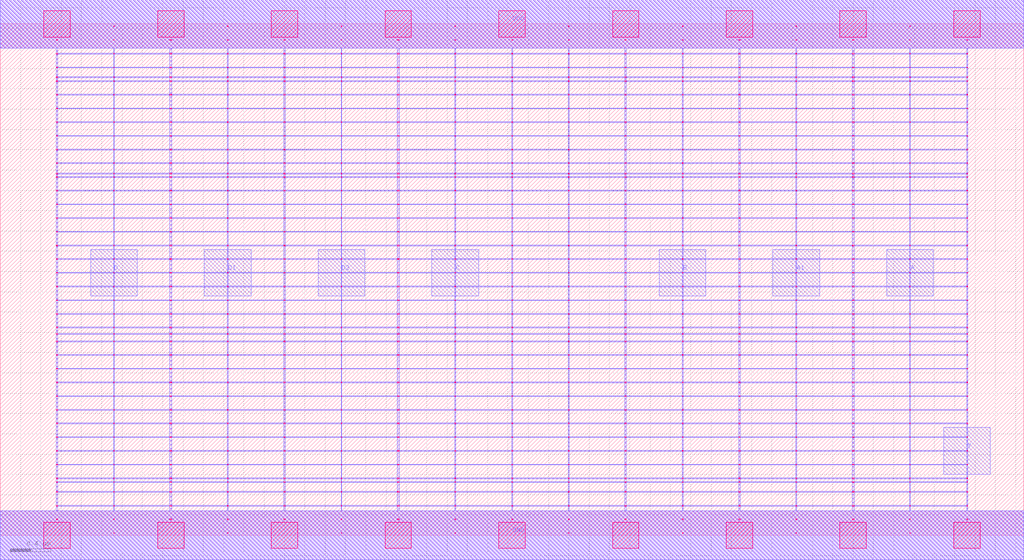
<source format=lef>
MACRO AOAAOI2113_DEBUG
 CLASS CORE ;
 FOREIGN AOAAOI2113_DEBUG 0 0 ;
 SIZE 10.08 BY 5.04 ;
 ORIGIN 0 0 ;
 SYMMETRY X Y R90 ;
 SITE unit ;
  PIN VDD
   DIRECTION INOUT ;
   USE SIGNAL ;
   SHAPE ABUTMENT ;
    PORT
     CLASS CORE ;
       LAYER met1 ;
        RECT 0.00000000 4.80000000 10.08000000 5.28000000 ;
       LAYER met2 ;
        RECT 0.00000000 4.80000000 10.08000000 5.28000000 ;
    END
  END VDD

  PIN GND
   DIRECTION INOUT ;
   USE SIGNAL ;
   SHAPE ABUTMENT ;
    PORT
     CLASS CORE ;
       LAYER met1 ;
        RECT 0.00000000 -0.24000000 10.08000000 0.24000000 ;
       LAYER met2 ;
        RECT 0.00000000 -0.24000000 10.08000000 0.24000000 ;
    END
  END GND

  PIN Y
   DIRECTION INOUT ;
   USE SIGNAL ;
   SHAPE ABUTMENT ;
    PORT
     CLASS CORE ;
       LAYER met2 ;
        RECT 9.29000000 0.60200000 9.75000000 1.06200000 ;
    END
  END Y

  PIN D2
   DIRECTION INOUT ;
   USE SIGNAL ;
   SHAPE ABUTMENT ;
    PORT
     CLASS CORE ;
       LAYER met2 ;
        RECT 3.13000000 2.35700000 3.59000000 2.81700000 ;
    END
  END D2

  PIN A1
   DIRECTION INOUT ;
   USE SIGNAL ;
   SHAPE ABUTMENT ;
    PORT
     CLASS CORE ;
       LAYER met2 ;
        RECT 7.61000000 2.35700000 8.07000000 2.81700000 ;
    END
  END A1

  PIN C
   DIRECTION INOUT ;
   USE SIGNAL ;
   SHAPE ABUTMENT ;
    PORT
     CLASS CORE ;
       LAYER met2 ;
        RECT 4.25000000 2.35700000 4.71000000 2.81700000 ;
    END
  END C

  PIN D1
   DIRECTION INOUT ;
   USE SIGNAL ;
   SHAPE ABUTMENT ;
    PORT
     CLASS CORE ;
       LAYER met2 ;
        RECT 2.01000000 2.35700000 2.47000000 2.81700000 ;
    END
  END D1

  PIN D
   DIRECTION INOUT ;
   USE SIGNAL ;
   SHAPE ABUTMENT ;
    PORT
     CLASS CORE ;
       LAYER met2 ;
        RECT 0.89000000 2.35700000 1.35000000 2.81700000 ;
    END
  END D

  PIN A
   DIRECTION INOUT ;
   USE SIGNAL ;
   SHAPE ABUTMENT ;
    PORT
     CLASS CORE ;
       LAYER met2 ;
        RECT 8.73000000 2.35700000 9.19000000 2.81700000 ;
    END
  END A

  PIN B
   DIRECTION INOUT ;
   USE SIGNAL ;
   SHAPE ABUTMENT ;
    PORT
     CLASS CORE ;
       LAYER met2 ;
        RECT 6.49000000 2.35700000 6.95000000 2.81700000 ;
    END
  END B

 OBS
    LAYER polycont ;
     RECT 5.03600000 2.58300000 5.04900000 2.59100000 ;
     RECT 5.03600000 2.71800000 5.04900000 2.72600000 ;
     RECT 5.03600000 2.85300000 5.04900000 2.86100000 ;
     RECT 5.03600000 2.98800000 5.04900000 2.99600000 ;
     RECT 7.27100000 2.58300000 7.28900000 2.59100000 ;
     RECT 7.83600000 2.58300000 7.84400000 2.59100000 ;
     RECT 8.39100000 2.58300000 8.40900000 2.59100000 ;
     RECT 8.95600000 2.58300000 8.96400000 2.59100000 ;
     RECT 9.51600000 2.58300000 9.52900000 2.59100000 ;
     RECT 5.59600000 2.58300000 5.60400000 2.59100000 ;
     RECT 5.59600000 2.71800000 5.60400000 2.72600000 ;
     RECT 6.15100000 2.71800000 6.16400000 2.72600000 ;
     RECT 6.71600000 2.71800000 6.72400000 2.72600000 ;
     RECT 7.27100000 2.71800000 7.28900000 2.72600000 ;
     RECT 7.83600000 2.71800000 7.84400000 2.72600000 ;
     RECT 8.39100000 2.71800000 8.40900000 2.72600000 ;
     RECT 8.95600000 2.71800000 8.96400000 2.72600000 ;
     RECT 9.51600000 2.71800000 9.52900000 2.72600000 ;
     RECT 6.15100000 2.58300000 6.16400000 2.59100000 ;
     RECT 5.59600000 2.85300000 5.60400000 2.86100000 ;
     RECT 6.15100000 2.85300000 6.16400000 2.86100000 ;
     RECT 6.71600000 2.85300000 6.72400000 2.86100000 ;
     RECT 7.27100000 2.85300000 7.28900000 2.86100000 ;
     RECT 7.83600000 2.85300000 7.84400000 2.86100000 ;
     RECT 8.39100000 2.85300000 8.40900000 2.86100000 ;
     RECT 8.95600000 2.85300000 8.96400000 2.86100000 ;
     RECT 9.51600000 2.85300000 9.52900000 2.86100000 ;
     RECT 6.71600000 2.58300000 6.72400000 2.59100000 ;
     RECT 5.59600000 2.98800000 5.60400000 2.99600000 ;
     RECT 6.15100000 2.98800000 6.16400000 2.99600000 ;
     RECT 6.71600000 2.98800000 6.72400000 2.99600000 ;
     RECT 7.27100000 2.98800000 7.28900000 2.99600000 ;
     RECT 7.83600000 2.98800000 7.84400000 2.99600000 ;
     RECT 8.39100000 2.98800000 8.40900000 2.99600000 ;
     RECT 8.95600000 2.98800000 8.96400000 2.99600000 ;
     RECT 9.51600000 2.98800000 9.52900000 2.99600000 ;
     RECT 5.59600000 3.12300000 5.60400000 3.13100000 ;
     RECT 5.59600000 3.25800000 5.60400000 3.26600000 ;
     RECT 5.59600000 3.39300000 5.60400000 3.40100000 ;
     RECT 5.59600000 3.52800000 5.60400000 3.53600000 ;
     RECT 5.59600000 3.56100000 5.60400000 3.56900000 ;
     RECT 5.59600000 3.66300000 5.60400000 3.67100000 ;
     RECT 5.59600000 3.79800000 5.60400000 3.80600000 ;
     RECT 5.59600000 3.93300000 5.60400000 3.94100000 ;
     RECT 5.59600000 4.06800000 5.60400000 4.07600000 ;
     RECT 5.59600000 4.20300000 5.60400000 4.21100000 ;
     RECT 5.59600000 4.33800000 5.60400000 4.34600000 ;
     RECT 5.59600000 4.47300000 5.60400000 4.48100000 ;
     RECT 5.59600000 4.51100000 5.60400000 4.51900000 ;
     RECT 5.59600000 4.60800000 5.60400000 4.61600000 ;
     RECT 5.59600000 4.74300000 5.60400000 4.75100000 ;
     RECT 5.59600000 4.87800000 5.60400000 4.88600000 ;
     RECT 1.11600000 2.98800000 1.12400000 2.99600000 ;
     RECT 1.67100000 2.98800000 1.68900000 2.99600000 ;
     RECT 2.23600000 2.98800000 2.24400000 2.99600000 ;
     RECT 2.79100000 2.98800000 2.80900000 2.99600000 ;
     RECT 3.35600000 2.98800000 3.36400000 2.99600000 ;
     RECT 3.91100000 2.98800000 3.92900000 2.99600000 ;
     RECT 4.47600000 2.98800000 4.48400000 2.99600000 ;
     RECT 2.23600000 2.58300000 2.24400000 2.59100000 ;
     RECT 2.79100000 2.58300000 2.80900000 2.59100000 ;
     RECT 3.35600000 2.58300000 3.36400000 2.59100000 ;
     RECT 3.91100000 2.58300000 3.92900000 2.59100000 ;
     RECT 4.47600000 2.58300000 4.48400000 2.59100000 ;
     RECT 0.55100000 2.58300000 0.56400000 2.59100000 ;
     RECT 0.55100000 2.71800000 0.56400000 2.72600000 ;
     RECT 0.55100000 2.85300000 0.56400000 2.86100000 ;
     RECT 1.11600000 2.85300000 1.12400000 2.86100000 ;
     RECT 1.67100000 2.85300000 1.68900000 2.86100000 ;
     RECT 2.23600000 2.85300000 2.24400000 2.86100000 ;
     RECT 2.79100000 2.85300000 2.80900000 2.86100000 ;
     RECT 3.35600000 2.85300000 3.36400000 2.86100000 ;
     RECT 3.91100000 2.85300000 3.92900000 2.86100000 ;
     RECT 4.47600000 2.85300000 4.48400000 2.86100000 ;
     RECT 1.11600000 2.71800000 1.12400000 2.72600000 ;
     RECT 1.67100000 2.71800000 1.68900000 2.72600000 ;
     RECT 2.23600000 2.71800000 2.24400000 2.72600000 ;
     RECT 2.79100000 2.71800000 2.80900000 2.72600000 ;
     RECT 3.35600000 2.71800000 3.36400000 2.72600000 ;
     RECT 3.91100000 2.71800000 3.92900000 2.72600000 ;
     RECT 4.47600000 2.71800000 4.48400000 2.72600000 ;
     RECT 1.11600000 2.58300000 1.12400000 2.59100000 ;
     RECT 1.67100000 2.58300000 1.68900000 2.59100000 ;
     RECT 0.55100000 2.98800000 0.56400000 2.99600000 ;
     RECT 5.59600000 0.55800000 5.60400000 0.56600000 ;
     RECT 5.59600000 0.69300000 5.60400000 0.70100000 ;
     RECT 5.59600000 0.82800000 5.60400000 0.83600000 ;
     RECT 5.59600000 0.96300000 5.60400000 0.97100000 ;
     RECT 5.59600000 1.09800000 5.60400000 1.10600000 ;
     RECT 5.59600000 1.23300000 5.60400000 1.24100000 ;
     RECT 5.59600000 1.36800000 5.60400000 1.37600000 ;
     RECT 5.59600000 1.50300000 5.60400000 1.51100000 ;
     RECT 5.59600000 1.63800000 5.60400000 1.64600000 ;
     RECT 5.59600000 1.77300000 5.60400000 1.78100000 ;
     RECT 5.59600000 1.90800000 5.60400000 1.91600000 ;
     RECT 5.59600000 1.98100000 5.60400000 1.98900000 ;
     RECT 5.59600000 2.04300000 5.60400000 2.05100000 ;
     RECT 5.59600000 2.17800000 5.60400000 2.18600000 ;
     RECT 5.59600000 2.31300000 5.60400000 2.32100000 ;
     RECT 5.59600000 2.44800000 5.60400000 2.45600000 ;
     RECT 5.59600000 0.15300000 5.60400000 0.16100000 ;
     RECT 5.59600000 0.28800000 5.60400000 0.29600000 ;
     RECT 5.59600000 0.42300000 5.60400000 0.43100000 ;
     RECT 5.59600000 0.52100000 5.60400000 0.52900000 ;

    LAYER pdiffc ;
     RECT 0.55100000 3.39300000 0.55900000 3.40100000 ;
     RECT 5.04100000 3.39300000 5.04900000 3.40100000 ;
     RECT 6.15100000 3.39300000 6.15900000 3.40100000 ;
     RECT 9.52100000 3.39300000 9.52900000 3.40100000 ;
     RECT 0.55100000 3.52800000 0.55900000 3.53600000 ;
     RECT 5.04100000 3.52800000 5.04900000 3.53600000 ;
     RECT 6.15100000 3.52800000 6.15900000 3.53600000 ;
     RECT 9.52100000 3.52800000 9.52900000 3.53600000 ;
     RECT 0.55100000 3.56100000 0.55900000 3.56900000 ;
     RECT 5.04100000 3.56100000 5.04900000 3.56900000 ;
     RECT 6.15100000 3.56100000 6.15900000 3.56900000 ;
     RECT 9.52100000 3.56100000 9.52900000 3.56900000 ;
     RECT 0.55100000 3.66300000 0.55900000 3.67100000 ;
     RECT 5.04100000 3.66300000 5.04900000 3.67100000 ;
     RECT 6.15100000 3.66300000 6.15900000 3.67100000 ;
     RECT 9.52100000 3.66300000 9.52900000 3.67100000 ;
     RECT 0.55100000 3.79800000 0.55900000 3.80600000 ;
     RECT 5.04100000 3.79800000 5.04900000 3.80600000 ;
     RECT 6.15100000 3.79800000 6.15900000 3.80600000 ;
     RECT 9.52100000 3.79800000 9.52900000 3.80600000 ;
     RECT 0.55100000 3.93300000 0.55900000 3.94100000 ;
     RECT 5.04100000 3.93300000 5.04900000 3.94100000 ;
     RECT 6.15100000 3.93300000 6.15900000 3.94100000 ;
     RECT 9.52100000 3.93300000 9.52900000 3.94100000 ;
     RECT 0.55100000 4.06800000 0.55900000 4.07600000 ;
     RECT 5.04100000 4.06800000 5.04900000 4.07600000 ;
     RECT 6.15100000 4.06800000 6.15900000 4.07600000 ;
     RECT 9.52100000 4.06800000 9.52900000 4.07600000 ;
     RECT 0.55100000 4.20300000 0.55900000 4.21100000 ;
     RECT 5.04100000 4.20300000 5.04900000 4.21100000 ;
     RECT 6.15100000 4.20300000 6.15900000 4.21100000 ;
     RECT 9.52100000 4.20300000 9.52900000 4.21100000 ;
     RECT 0.55100000 4.33800000 0.55900000 4.34600000 ;
     RECT 5.04100000 4.33800000 5.04900000 4.34600000 ;
     RECT 6.15100000 4.33800000 6.15900000 4.34600000 ;
     RECT 9.52100000 4.33800000 9.52900000 4.34600000 ;
     RECT 0.55100000 4.47300000 0.55900000 4.48100000 ;
     RECT 5.04100000 4.47300000 5.04900000 4.48100000 ;
     RECT 6.15100000 4.47300000 6.15900000 4.48100000 ;
     RECT 9.52100000 4.47300000 9.52900000 4.48100000 ;
     RECT 0.55100000 4.51100000 0.55900000 4.51900000 ;
     RECT 5.04100000 4.51100000 5.04900000 4.51900000 ;
     RECT 6.15100000 4.51100000 6.15900000 4.51900000 ;
     RECT 9.52100000 4.51100000 9.52900000 4.51900000 ;
     RECT 0.55100000 4.60800000 0.55900000 4.61600000 ;
     RECT 5.04100000 4.60800000 5.04900000 4.61600000 ;
     RECT 6.15100000 4.60800000 6.15900000 4.61600000 ;
     RECT 9.52100000 4.60800000 9.52900000 4.61600000 ;

    LAYER ndiffc ;
     RECT 5.03600000 0.42300000 5.04900000 0.43100000 ;
     RECT 5.03600000 0.52100000 5.04900000 0.52900000 ;
     RECT 5.03600000 0.55800000 5.04900000 0.56600000 ;
     RECT 5.03600000 0.69300000 5.04900000 0.70100000 ;
     RECT 5.03600000 0.82800000 5.04900000 0.83600000 ;
     RECT 5.03600000 0.96300000 5.04900000 0.97100000 ;
     RECT 5.03600000 1.09800000 5.04900000 1.10600000 ;
     RECT 5.03600000 1.23300000 5.04900000 1.24100000 ;
     RECT 5.03600000 1.36800000 5.04900000 1.37600000 ;
     RECT 5.03600000 1.50300000 5.04900000 1.51100000 ;
     RECT 5.03600000 1.63800000 5.04900000 1.64600000 ;
     RECT 5.03600000 1.77300000 5.04900000 1.78100000 ;
     RECT 5.03600000 1.90800000 5.04900000 1.91600000 ;
     RECT 5.03600000 1.98100000 5.04900000 1.98900000 ;
     RECT 5.03600000 2.04300000 5.04900000 2.05100000 ;
     RECT 8.39100000 0.42300000 8.40900000 0.43100000 ;
     RECT 6.15100000 0.69300000 6.16400000 0.70100000 ;
     RECT 7.27100000 0.69300000 7.28900000 0.70100000 ;
     RECT 8.39100000 0.69300000 8.40900000 0.70100000 ;
     RECT 9.51600000 0.69300000 9.52900000 0.70100000 ;
     RECT 9.51600000 0.42300000 9.52900000 0.43100000 ;
     RECT 6.15100000 0.82800000 6.16400000 0.83600000 ;
     RECT 7.27100000 0.82800000 7.28900000 0.83600000 ;
     RECT 8.39100000 0.82800000 8.40900000 0.83600000 ;
     RECT 9.51600000 0.82800000 9.52900000 0.83600000 ;
     RECT 6.15100000 0.42300000 6.16400000 0.43100000 ;
     RECT 6.15100000 0.96300000 6.16400000 0.97100000 ;
     RECT 7.27100000 0.96300000 7.28900000 0.97100000 ;
     RECT 8.39100000 0.96300000 8.40900000 0.97100000 ;
     RECT 9.51600000 0.96300000 9.52900000 0.97100000 ;
     RECT 6.15100000 0.52100000 6.16400000 0.52900000 ;
     RECT 6.15100000 1.09800000 6.16400000 1.10600000 ;
     RECT 7.27100000 1.09800000 7.28900000 1.10600000 ;
     RECT 8.39100000 1.09800000 8.40900000 1.10600000 ;
     RECT 9.51600000 1.09800000 9.52900000 1.10600000 ;
     RECT 7.27100000 0.52100000 7.28900000 0.52900000 ;
     RECT 6.15100000 1.23300000 6.16400000 1.24100000 ;
     RECT 7.27100000 1.23300000 7.28900000 1.24100000 ;
     RECT 8.39100000 1.23300000 8.40900000 1.24100000 ;
     RECT 9.51600000 1.23300000 9.52900000 1.24100000 ;
     RECT 8.39100000 0.52100000 8.40900000 0.52900000 ;
     RECT 6.15100000 1.36800000 6.16400000 1.37600000 ;
     RECT 7.27100000 1.36800000 7.28900000 1.37600000 ;
     RECT 8.39100000 1.36800000 8.40900000 1.37600000 ;
     RECT 9.51600000 1.36800000 9.52900000 1.37600000 ;
     RECT 9.51600000 0.52100000 9.52900000 0.52900000 ;
     RECT 6.15100000 1.50300000 6.16400000 1.51100000 ;
     RECT 7.27100000 1.50300000 7.28900000 1.51100000 ;
     RECT 8.39100000 1.50300000 8.40900000 1.51100000 ;
     RECT 9.51600000 1.50300000 9.52900000 1.51100000 ;
     RECT 7.27100000 0.42300000 7.28900000 0.43100000 ;
     RECT 6.15100000 1.63800000 6.16400000 1.64600000 ;
     RECT 7.27100000 1.63800000 7.28900000 1.64600000 ;
     RECT 8.39100000 1.63800000 8.40900000 1.64600000 ;
     RECT 9.51600000 1.63800000 9.52900000 1.64600000 ;
     RECT 6.15100000 0.55800000 6.16400000 0.56600000 ;
     RECT 6.15100000 1.77300000 6.16400000 1.78100000 ;
     RECT 7.27100000 1.77300000 7.28900000 1.78100000 ;
     RECT 8.39100000 1.77300000 8.40900000 1.78100000 ;
     RECT 9.51600000 1.77300000 9.52900000 1.78100000 ;
     RECT 7.27100000 0.55800000 7.28900000 0.56600000 ;
     RECT 6.15100000 1.90800000 6.16400000 1.91600000 ;
     RECT 7.27100000 1.90800000 7.28900000 1.91600000 ;
     RECT 8.39100000 1.90800000 8.40900000 1.91600000 ;
     RECT 9.51600000 1.90800000 9.52900000 1.91600000 ;
     RECT 8.39100000 0.55800000 8.40900000 0.56600000 ;
     RECT 6.15100000 1.98100000 6.16400000 1.98900000 ;
     RECT 7.27100000 1.98100000 7.28900000 1.98900000 ;
     RECT 8.39100000 1.98100000 8.40900000 1.98900000 ;
     RECT 9.51600000 1.98100000 9.52900000 1.98900000 ;
     RECT 9.51600000 0.55800000 9.52900000 0.56600000 ;
     RECT 6.15100000 2.04300000 6.16400000 2.05100000 ;
     RECT 7.27100000 2.04300000 7.28900000 2.05100000 ;
     RECT 8.39100000 2.04300000 8.40900000 2.05100000 ;
     RECT 9.51600000 2.04300000 9.52900000 2.05100000 ;
     RECT 3.91100000 1.36800000 3.92900000 1.37600000 ;
     RECT 2.79100000 0.55800000 2.80900000 0.56600000 ;
     RECT 3.91100000 0.55800000 3.92900000 0.56600000 ;
     RECT 1.67100000 0.52100000 1.68900000 0.52900000 ;
     RECT 2.79100000 0.52100000 2.80900000 0.52900000 ;
     RECT 3.91100000 0.52100000 3.92900000 0.52900000 ;
     RECT 0.55100000 1.50300000 0.56400000 1.51100000 ;
     RECT 1.67100000 1.50300000 1.68900000 1.51100000 ;
     RECT 2.79100000 1.50300000 2.80900000 1.51100000 ;
     RECT 3.91100000 1.50300000 3.92900000 1.51100000 ;
     RECT 0.55100000 0.96300000 0.56400000 0.97100000 ;
     RECT 1.67100000 0.96300000 1.68900000 0.97100000 ;
     RECT 2.79100000 0.96300000 2.80900000 0.97100000 ;
     RECT 3.91100000 0.96300000 3.92900000 0.97100000 ;
     RECT 1.67100000 0.42300000 1.68900000 0.43100000 ;
     RECT 0.55100000 1.63800000 0.56400000 1.64600000 ;
     RECT 1.67100000 1.63800000 1.68900000 1.64600000 ;
     RECT 2.79100000 1.63800000 2.80900000 1.64600000 ;
     RECT 3.91100000 1.63800000 3.92900000 1.64600000 ;
     RECT 2.79100000 0.42300000 2.80900000 0.43100000 ;
     RECT 0.55100000 0.69300000 0.56400000 0.70100000 ;
     RECT 1.67100000 0.69300000 1.68900000 0.70100000 ;
     RECT 2.79100000 0.69300000 2.80900000 0.70100000 ;
     RECT 0.55100000 1.09800000 0.56400000 1.10600000 ;
     RECT 0.55100000 1.77300000 0.56400000 1.78100000 ;
     RECT 1.67100000 1.77300000 1.68900000 1.78100000 ;
     RECT 2.79100000 1.77300000 2.80900000 1.78100000 ;
     RECT 3.91100000 1.77300000 3.92900000 1.78100000 ;
     RECT 1.67100000 1.09800000 1.68900000 1.10600000 ;
     RECT 2.79100000 1.09800000 2.80900000 1.10600000 ;
     RECT 3.91100000 1.09800000 3.92900000 1.10600000 ;
     RECT 3.91100000 0.69300000 3.92900000 0.70100000 ;
     RECT 3.91100000 0.42300000 3.92900000 0.43100000 ;
     RECT 0.55100000 1.90800000 0.56400000 1.91600000 ;
     RECT 1.67100000 1.90800000 1.68900000 1.91600000 ;
     RECT 2.79100000 1.90800000 2.80900000 1.91600000 ;
     RECT 3.91100000 1.90800000 3.92900000 1.91600000 ;
     RECT 0.55100000 0.42300000 0.56400000 0.43100000 ;
     RECT 0.55100000 0.52100000 0.56400000 0.52900000 ;
     RECT 0.55100000 0.55800000 0.56400000 0.56600000 ;
     RECT 0.55100000 1.23300000 0.56400000 1.24100000 ;
     RECT 1.67100000 1.23300000 1.68900000 1.24100000 ;
     RECT 0.55100000 1.98100000 0.56400000 1.98900000 ;
     RECT 1.67100000 1.98100000 1.68900000 1.98900000 ;
     RECT 2.79100000 1.98100000 2.80900000 1.98900000 ;
     RECT 3.91100000 1.98100000 3.92900000 1.98900000 ;
     RECT 2.79100000 1.23300000 2.80900000 1.24100000 ;
     RECT 3.91100000 1.23300000 3.92900000 1.24100000 ;
     RECT 1.67100000 0.55800000 1.68900000 0.56600000 ;
     RECT 0.55100000 0.82800000 0.56400000 0.83600000 ;
     RECT 1.67100000 0.82800000 1.68900000 0.83600000 ;
     RECT 0.55100000 2.04300000 0.56400000 2.05100000 ;
     RECT 1.67100000 2.04300000 1.68900000 2.05100000 ;
     RECT 2.79100000 2.04300000 2.80900000 2.05100000 ;
     RECT 3.91100000 2.04300000 3.92900000 2.05100000 ;
     RECT 2.79100000 0.82800000 2.80900000 0.83600000 ;
     RECT 3.91100000 0.82800000 3.92900000 0.83600000 ;
     RECT 0.55100000 1.36800000 0.56400000 1.37600000 ;
     RECT 1.67100000 1.36800000 1.68900000 1.37600000 ;
     RECT 2.79100000 1.36800000 2.80900000 1.37600000 ;

    LAYER met1 ;
     RECT 0.00000000 -0.24000000 10.08000000 0.24000000 ;
     RECT 5.03600000 0.24000000 5.04900000 0.28800000 ;
     RECT 0.55100000 0.28800000 9.52900000 0.29600000 ;
     RECT 5.03600000 0.29600000 5.04900000 0.42300000 ;
     RECT 0.55100000 0.42300000 9.52900000 0.43100000 ;
     RECT 5.03600000 0.43100000 5.04900000 0.52100000 ;
     RECT 0.55100000 0.52100000 9.52900000 0.52900000 ;
     RECT 5.03600000 0.52900000 5.04900000 0.55800000 ;
     RECT 0.55100000 0.55800000 9.52900000 0.56600000 ;
     RECT 5.03600000 0.56600000 5.04900000 0.69300000 ;
     RECT 0.55100000 0.69300000 9.52900000 0.70100000 ;
     RECT 5.03600000 0.70100000 5.04900000 0.82800000 ;
     RECT 0.55100000 0.82800000 9.52900000 0.83600000 ;
     RECT 5.03600000 0.83600000 5.04900000 0.96300000 ;
     RECT 0.55100000 0.96300000 9.52900000 0.97100000 ;
     RECT 5.03600000 0.97100000 5.04900000 1.09800000 ;
     RECT 0.55100000 1.09800000 9.52900000 1.10600000 ;
     RECT 5.03600000 1.10600000 5.04900000 1.23300000 ;
     RECT 0.55100000 1.23300000 9.52900000 1.24100000 ;
     RECT 5.03600000 1.24100000 5.04900000 1.36800000 ;
     RECT 0.55100000 1.36800000 9.52900000 1.37600000 ;
     RECT 5.03600000 1.37600000 5.04900000 1.50300000 ;
     RECT 0.55100000 1.50300000 9.52900000 1.51100000 ;
     RECT 5.03600000 1.51100000 5.04900000 1.63800000 ;
     RECT 0.55100000 1.63800000 9.52900000 1.64600000 ;
     RECT 5.03600000 1.64600000 5.04900000 1.77300000 ;
     RECT 0.55100000 1.77300000 9.52900000 1.78100000 ;
     RECT 5.03600000 1.78100000 5.04900000 1.90800000 ;
     RECT 0.55100000 1.90800000 9.52900000 1.91600000 ;
     RECT 5.03600000 1.91600000 5.04900000 1.98100000 ;
     RECT 0.55100000 1.98100000 9.52900000 1.98900000 ;
     RECT 5.03600000 1.98900000 5.04900000 2.04300000 ;
     RECT 0.55100000 2.04300000 9.52900000 2.05100000 ;
     RECT 5.03600000 2.05100000 5.04900000 2.17800000 ;
     RECT 0.55100000 2.17800000 9.52900000 2.18600000 ;
     RECT 5.03600000 2.18600000 5.04900000 2.31300000 ;
     RECT 0.55100000 2.31300000 9.52900000 2.32100000 ;
     RECT 5.03600000 2.32100000 5.04900000 2.44800000 ;
     RECT 0.55100000 2.44800000 9.52900000 2.45600000 ;
     RECT 0.55100000 2.45600000 0.56400000 2.58300000 ;
     RECT 1.11600000 2.45600000 1.12400000 2.58300000 ;
     RECT 1.67100000 2.45600000 1.68900000 2.58300000 ;
     RECT 2.23600000 2.45600000 2.24400000 2.58300000 ;
     RECT 2.79100000 2.45600000 2.80900000 2.58300000 ;
     RECT 3.35600000 2.45600000 3.36400000 2.58300000 ;
     RECT 3.91100000 2.45600000 3.92900000 2.58300000 ;
     RECT 4.47600000 2.45600000 4.48400000 2.58300000 ;
     RECT 5.03600000 2.45600000 5.04900000 2.58300000 ;
     RECT 5.59600000 2.45600000 5.60400000 2.58300000 ;
     RECT 6.15100000 2.45600000 6.16400000 2.58300000 ;
     RECT 6.71600000 2.45600000 6.72400000 2.58300000 ;
     RECT 7.27100000 2.45600000 7.28900000 2.58300000 ;
     RECT 7.83600000 2.45600000 7.84400000 2.58300000 ;
     RECT 8.39100000 2.45600000 8.40900000 2.58300000 ;
     RECT 8.95600000 2.45600000 8.96400000 2.58300000 ;
     RECT 9.51600000 2.45600000 9.52900000 2.58300000 ;
     RECT 0.55100000 2.58300000 9.52900000 2.59100000 ;
     RECT 5.03600000 2.59100000 5.04900000 2.71800000 ;
     RECT 0.55100000 2.71800000 9.52900000 2.72600000 ;
     RECT 5.03600000 2.72600000 5.04900000 2.85300000 ;
     RECT 0.55100000 2.85300000 9.52900000 2.86100000 ;
     RECT 5.03600000 2.86100000 5.04900000 2.98800000 ;
     RECT 0.55100000 2.98800000 9.52900000 2.99600000 ;
     RECT 5.03600000 2.99600000 5.04900000 3.12300000 ;
     RECT 0.55100000 3.12300000 9.52900000 3.13100000 ;
     RECT 5.03600000 3.13100000 5.04900000 3.25800000 ;
     RECT 0.55100000 3.25800000 9.52900000 3.26600000 ;
     RECT 5.03600000 3.26600000 5.04900000 3.39300000 ;
     RECT 0.55100000 3.39300000 9.52900000 3.40100000 ;
     RECT 5.03600000 3.40100000 5.04900000 3.52800000 ;
     RECT 0.55100000 3.52800000 9.52900000 3.53600000 ;
     RECT 5.03600000 3.53600000 5.04900000 3.56100000 ;
     RECT 0.55100000 3.56100000 9.52900000 3.56900000 ;
     RECT 5.03600000 3.56900000 5.04900000 3.66300000 ;
     RECT 0.55100000 3.66300000 9.52900000 3.67100000 ;
     RECT 5.03600000 3.67100000 5.04900000 3.79800000 ;
     RECT 0.55100000 3.79800000 9.52900000 3.80600000 ;
     RECT 5.03600000 3.80600000 5.04900000 3.93300000 ;
     RECT 0.55100000 3.93300000 9.52900000 3.94100000 ;
     RECT 5.03600000 3.94100000 5.04900000 4.06800000 ;
     RECT 0.55100000 4.06800000 9.52900000 4.07600000 ;
     RECT 5.03600000 4.07600000 5.04900000 4.20300000 ;
     RECT 0.55100000 4.20300000 9.52900000 4.21100000 ;
     RECT 5.03600000 4.21100000 5.04900000 4.33800000 ;
     RECT 0.55100000 4.33800000 9.52900000 4.34600000 ;
     RECT 5.03600000 4.34600000 5.04900000 4.47300000 ;
     RECT 0.55100000 4.47300000 9.52900000 4.48100000 ;
     RECT 5.03600000 4.48100000 5.04900000 4.51100000 ;
     RECT 0.55100000 4.51100000 9.52900000 4.51900000 ;
     RECT 5.03600000 4.51900000 5.04900000 4.60800000 ;
     RECT 0.55100000 4.60800000 9.52900000 4.61600000 ;
     RECT 5.03600000 4.61600000 5.04900000 4.74300000 ;
     RECT 0.55100000 4.74300000 9.52900000 4.75100000 ;
     RECT 5.03600000 4.75100000 5.04900000 4.80000000 ;
     RECT 0.00000000 4.80000000 10.08000000 5.28000000 ;
     RECT 5.59600000 3.80600000 5.60400000 3.93300000 ;
     RECT 6.15100000 3.80600000 6.16400000 3.93300000 ;
     RECT 6.71600000 3.80600000 6.72400000 3.93300000 ;
     RECT 7.27100000 3.80600000 7.28900000 3.93300000 ;
     RECT 7.83600000 3.80600000 7.84400000 3.93300000 ;
     RECT 8.39100000 3.80600000 8.40900000 3.93300000 ;
     RECT 8.95600000 3.80600000 8.96400000 3.93300000 ;
     RECT 9.51600000 3.80600000 9.52900000 3.93300000 ;
     RECT 7.83600000 3.94100000 7.84400000 4.06800000 ;
     RECT 8.39100000 3.94100000 8.40900000 4.06800000 ;
     RECT 8.95600000 3.94100000 8.96400000 4.06800000 ;
     RECT 9.51600000 3.94100000 9.52900000 4.06800000 ;
     RECT 7.83600000 4.07600000 7.84400000 4.20300000 ;
     RECT 8.39100000 4.07600000 8.40900000 4.20300000 ;
     RECT 8.95600000 4.07600000 8.96400000 4.20300000 ;
     RECT 9.51600000 4.07600000 9.52900000 4.20300000 ;
     RECT 7.83600000 4.21100000 7.84400000 4.33800000 ;
     RECT 8.39100000 4.21100000 8.40900000 4.33800000 ;
     RECT 8.95600000 4.21100000 8.96400000 4.33800000 ;
     RECT 9.51600000 4.21100000 9.52900000 4.33800000 ;
     RECT 7.83600000 4.34600000 7.84400000 4.47300000 ;
     RECT 8.39100000 4.34600000 8.40900000 4.47300000 ;
     RECT 8.95600000 4.34600000 8.96400000 4.47300000 ;
     RECT 9.51600000 4.34600000 9.52900000 4.47300000 ;
     RECT 7.83600000 4.48100000 7.84400000 4.51100000 ;
     RECT 8.39100000 4.48100000 8.40900000 4.51100000 ;
     RECT 8.95600000 4.48100000 8.96400000 4.51100000 ;
     RECT 9.51600000 4.48100000 9.52900000 4.51100000 ;
     RECT 7.83600000 4.51900000 7.84400000 4.60800000 ;
     RECT 8.39100000 4.51900000 8.40900000 4.60800000 ;
     RECT 8.95600000 4.51900000 8.96400000 4.60800000 ;
     RECT 9.51600000 4.51900000 9.52900000 4.60800000 ;
     RECT 7.83600000 4.61600000 7.84400000 4.74300000 ;
     RECT 8.39100000 4.61600000 8.40900000 4.74300000 ;
     RECT 8.95600000 4.61600000 8.96400000 4.74300000 ;
     RECT 9.51600000 4.61600000 9.52900000 4.74300000 ;
     RECT 7.83600000 4.75100000 7.84400000 4.80000000 ;
     RECT 8.39100000 4.75100000 8.40900000 4.80000000 ;
     RECT 8.95600000 4.75100000 8.96400000 4.80000000 ;
     RECT 9.51600000 4.75100000 9.52900000 4.80000000 ;
     RECT 5.59600000 4.48100000 5.60400000 4.51100000 ;
     RECT 6.15100000 4.48100000 6.16400000 4.51100000 ;
     RECT 6.71600000 4.48100000 6.72400000 4.51100000 ;
     RECT 7.27100000 4.48100000 7.28900000 4.51100000 ;
     RECT 5.59600000 4.21100000 5.60400000 4.33800000 ;
     RECT 6.15100000 4.21100000 6.16400000 4.33800000 ;
     RECT 6.71600000 4.21100000 6.72400000 4.33800000 ;
     RECT 7.27100000 4.21100000 7.28900000 4.33800000 ;
     RECT 5.59600000 4.51900000 5.60400000 4.60800000 ;
     RECT 6.15100000 4.51900000 6.16400000 4.60800000 ;
     RECT 6.71600000 4.51900000 6.72400000 4.60800000 ;
     RECT 7.27100000 4.51900000 7.28900000 4.60800000 ;
     RECT 5.59600000 4.07600000 5.60400000 4.20300000 ;
     RECT 6.15100000 4.07600000 6.16400000 4.20300000 ;
     RECT 6.71600000 4.07600000 6.72400000 4.20300000 ;
     RECT 7.27100000 4.07600000 7.28900000 4.20300000 ;
     RECT 5.59600000 4.61600000 5.60400000 4.74300000 ;
     RECT 6.15100000 4.61600000 6.16400000 4.74300000 ;
     RECT 6.71600000 4.61600000 6.72400000 4.74300000 ;
     RECT 7.27100000 4.61600000 7.28900000 4.74300000 ;
     RECT 5.59600000 4.34600000 5.60400000 4.47300000 ;
     RECT 6.15100000 4.34600000 6.16400000 4.47300000 ;
     RECT 6.71600000 4.34600000 6.72400000 4.47300000 ;
     RECT 7.27100000 4.34600000 7.28900000 4.47300000 ;
     RECT 5.59600000 4.75100000 5.60400000 4.80000000 ;
     RECT 6.15100000 4.75100000 6.16400000 4.80000000 ;
     RECT 6.71600000 4.75100000 6.72400000 4.80000000 ;
     RECT 7.27100000 4.75100000 7.28900000 4.80000000 ;
     RECT 5.59600000 3.94100000 5.60400000 4.06800000 ;
     RECT 6.15100000 3.94100000 6.16400000 4.06800000 ;
     RECT 6.71600000 3.94100000 6.72400000 4.06800000 ;
     RECT 7.27100000 3.94100000 7.28900000 4.06800000 ;
     RECT 5.59600000 2.59100000 5.60400000 2.71800000 ;
     RECT 6.15100000 2.59100000 6.16400000 2.71800000 ;
     RECT 5.59600000 3.26600000 5.60400000 3.39300000 ;
     RECT 6.15100000 3.26600000 6.16400000 3.39300000 ;
     RECT 5.59600000 2.86100000 5.60400000 2.98800000 ;
     RECT 6.15100000 2.86100000 6.16400000 2.98800000 ;
     RECT 6.71600000 3.26600000 6.72400000 3.39300000 ;
     RECT 7.27100000 3.26600000 7.28900000 3.39300000 ;
     RECT 5.59600000 2.72600000 5.60400000 2.85300000 ;
     RECT 6.15100000 2.72600000 6.16400000 2.85300000 ;
     RECT 5.59600000 3.40100000 5.60400000 3.52800000 ;
     RECT 6.15100000 3.40100000 6.16400000 3.52800000 ;
     RECT 5.59600000 2.99600000 5.60400000 3.12300000 ;
     RECT 6.15100000 2.99600000 6.16400000 3.12300000 ;
     RECT 6.71600000 3.40100000 6.72400000 3.52800000 ;
     RECT 7.27100000 3.40100000 7.28900000 3.52800000 ;
     RECT 6.71600000 2.86100000 6.72400000 2.98800000 ;
     RECT 7.27100000 2.86100000 7.28900000 2.98800000 ;
     RECT 6.71600000 2.72600000 6.72400000 2.85300000 ;
     RECT 7.27100000 2.72600000 7.28900000 2.85300000 ;
     RECT 5.59600000 3.53600000 5.60400000 3.56100000 ;
     RECT 6.15100000 3.53600000 6.16400000 3.56100000 ;
     RECT 6.71600000 2.99600000 6.72400000 3.12300000 ;
     RECT 7.27100000 2.99600000 7.28900000 3.12300000 ;
     RECT 6.71600000 3.53600000 6.72400000 3.56100000 ;
     RECT 7.27100000 3.53600000 7.28900000 3.56100000 ;
     RECT 5.59600000 3.56900000 5.60400000 3.66300000 ;
     RECT 6.15100000 3.56900000 6.16400000 3.66300000 ;
     RECT 6.71600000 3.56900000 6.72400000 3.66300000 ;
     RECT 7.27100000 3.56900000 7.28900000 3.66300000 ;
     RECT 5.59600000 3.67100000 5.60400000 3.79800000 ;
     RECT 6.15100000 3.67100000 6.16400000 3.79800000 ;
     RECT 6.71600000 3.67100000 6.72400000 3.79800000 ;
     RECT 7.27100000 3.67100000 7.28900000 3.79800000 ;
     RECT 6.71600000 2.59100000 6.72400000 2.71800000 ;
     RECT 7.27100000 2.59100000 7.28900000 2.71800000 ;
     RECT 5.59600000 3.13100000 5.60400000 3.25800000 ;
     RECT 6.15100000 3.13100000 6.16400000 3.25800000 ;
     RECT 6.71600000 3.13100000 6.72400000 3.25800000 ;
     RECT 7.27100000 3.13100000 7.28900000 3.25800000 ;
     RECT 8.39100000 2.59100000 8.40900000 2.71800000 ;
     RECT 9.51600000 2.99600000 9.52900000 3.12300000 ;
     RECT 7.83600000 3.13100000 7.84400000 3.25800000 ;
     RECT 7.83600000 3.56900000 7.84400000 3.66300000 ;
     RECT 8.39100000 3.56900000 8.40900000 3.66300000 ;
     RECT 8.95600000 3.56900000 8.96400000 3.66300000 ;
     RECT 9.51600000 3.56900000 9.52900000 3.66300000 ;
     RECT 8.95600000 2.72600000 8.96400000 2.85300000 ;
     RECT 9.51600000 2.72600000 9.52900000 2.85300000 ;
     RECT 8.39100000 3.13100000 8.40900000 3.25800000 ;
     RECT 7.83600000 3.40100000 7.84400000 3.52800000 ;
     RECT 8.39100000 3.40100000 8.40900000 3.52800000 ;
     RECT 8.95600000 3.40100000 8.96400000 3.52800000 ;
     RECT 7.83600000 3.67100000 7.84400000 3.79800000 ;
     RECT 8.39100000 3.67100000 8.40900000 3.79800000 ;
     RECT 8.95600000 3.67100000 8.96400000 3.79800000 ;
     RECT 7.83600000 2.86100000 7.84400000 2.98800000 ;
     RECT 8.39100000 2.86100000 8.40900000 2.98800000 ;
     RECT 9.51600000 3.67100000 9.52900000 3.79800000 ;
     RECT 9.51600000 3.40100000 9.52900000 3.52800000 ;
     RECT 8.95600000 3.13100000 8.96400000 3.25800000 ;
     RECT 7.83600000 3.26600000 7.84400000 3.39300000 ;
     RECT 8.39100000 3.26600000 8.40900000 3.39300000 ;
     RECT 8.95600000 3.26600000 8.96400000 3.39300000 ;
     RECT 9.51600000 3.26600000 9.52900000 3.39300000 ;
     RECT 9.51600000 3.13100000 9.52900000 3.25800000 ;
     RECT 8.95600000 2.86100000 8.96400000 2.98800000 ;
     RECT 9.51600000 2.86100000 9.52900000 2.98800000 ;
     RECT 7.83600000 3.53600000 7.84400000 3.56100000 ;
     RECT 7.83600000 2.99600000 7.84400000 3.12300000 ;
     RECT 8.39100000 2.99600000 8.40900000 3.12300000 ;
     RECT 8.39100000 3.53600000 8.40900000 3.56100000 ;
     RECT 8.95600000 3.53600000 8.96400000 3.56100000 ;
     RECT 9.51600000 3.53600000 9.52900000 3.56100000 ;
     RECT 7.83600000 2.72600000 7.84400000 2.85300000 ;
     RECT 8.39100000 2.72600000 8.40900000 2.85300000 ;
     RECT 8.95600000 2.59100000 8.96400000 2.71800000 ;
     RECT 9.51600000 2.59100000 9.52900000 2.71800000 ;
     RECT 7.83600000 2.59100000 7.84400000 2.71800000 ;
     RECT 8.95600000 2.99600000 8.96400000 3.12300000 ;
     RECT 0.55100000 3.80600000 0.56400000 3.93300000 ;
     RECT 1.11600000 3.80600000 1.12400000 3.93300000 ;
     RECT 1.67100000 3.80600000 1.68900000 3.93300000 ;
     RECT 2.23600000 3.80600000 2.24400000 3.93300000 ;
     RECT 2.79100000 3.80600000 2.80900000 3.93300000 ;
     RECT 3.35600000 3.80600000 3.36400000 3.93300000 ;
     RECT 3.91100000 3.80600000 3.92900000 3.93300000 ;
     RECT 4.47600000 3.80600000 4.48400000 3.93300000 ;
     RECT 2.79100000 4.21100000 2.80900000 4.33800000 ;
     RECT 3.35600000 4.21100000 3.36400000 4.33800000 ;
     RECT 3.91100000 4.21100000 3.92900000 4.33800000 ;
     RECT 4.47600000 4.21100000 4.48400000 4.33800000 ;
     RECT 2.79100000 4.34600000 2.80900000 4.47300000 ;
     RECT 3.35600000 4.34600000 3.36400000 4.47300000 ;
     RECT 3.91100000 4.34600000 3.92900000 4.47300000 ;
     RECT 4.47600000 4.34600000 4.48400000 4.47300000 ;
     RECT 2.79100000 4.48100000 2.80900000 4.51100000 ;
     RECT 3.35600000 4.48100000 3.36400000 4.51100000 ;
     RECT 3.91100000 4.48100000 3.92900000 4.51100000 ;
     RECT 4.47600000 4.48100000 4.48400000 4.51100000 ;
     RECT 2.79100000 4.51900000 2.80900000 4.60800000 ;
     RECT 3.35600000 4.51900000 3.36400000 4.60800000 ;
     RECT 3.91100000 4.51900000 3.92900000 4.60800000 ;
     RECT 4.47600000 4.51900000 4.48400000 4.60800000 ;
     RECT 2.79100000 4.61600000 2.80900000 4.74300000 ;
     RECT 3.35600000 4.61600000 3.36400000 4.74300000 ;
     RECT 3.91100000 4.61600000 3.92900000 4.74300000 ;
     RECT 4.47600000 4.61600000 4.48400000 4.74300000 ;
     RECT 2.79100000 4.75100000 2.80900000 4.80000000 ;
     RECT 3.35600000 4.75100000 3.36400000 4.80000000 ;
     RECT 3.91100000 4.75100000 3.92900000 4.80000000 ;
     RECT 4.47600000 4.75100000 4.48400000 4.80000000 ;
     RECT 2.79100000 3.94100000 2.80900000 4.06800000 ;
     RECT 3.35600000 3.94100000 3.36400000 4.06800000 ;
     RECT 3.91100000 3.94100000 3.92900000 4.06800000 ;
     RECT 4.47600000 3.94100000 4.48400000 4.06800000 ;
     RECT 2.79100000 4.07600000 2.80900000 4.20300000 ;
     RECT 3.35600000 4.07600000 3.36400000 4.20300000 ;
     RECT 3.91100000 4.07600000 3.92900000 4.20300000 ;
     RECT 4.47600000 4.07600000 4.48400000 4.20300000 ;
     RECT 0.55100000 4.51900000 0.56400000 4.60800000 ;
     RECT 1.11600000 4.51900000 1.12400000 4.60800000 ;
     RECT 1.67100000 4.51900000 1.68900000 4.60800000 ;
     RECT 2.23600000 4.51900000 2.24400000 4.60800000 ;
     RECT 0.55100000 4.07600000 0.56400000 4.20300000 ;
     RECT 1.11600000 4.07600000 1.12400000 4.20300000 ;
     RECT 1.67100000 4.07600000 1.68900000 4.20300000 ;
     RECT 2.23600000 4.07600000 2.24400000 4.20300000 ;
     RECT 0.55100000 4.61600000 0.56400000 4.74300000 ;
     RECT 1.11600000 4.61600000 1.12400000 4.74300000 ;
     RECT 1.67100000 4.61600000 1.68900000 4.74300000 ;
     RECT 2.23600000 4.61600000 2.24400000 4.74300000 ;
     RECT 0.55100000 4.34600000 0.56400000 4.47300000 ;
     RECT 1.11600000 4.34600000 1.12400000 4.47300000 ;
     RECT 1.67100000 4.34600000 1.68900000 4.47300000 ;
     RECT 2.23600000 4.34600000 2.24400000 4.47300000 ;
     RECT 0.55100000 4.75100000 0.56400000 4.80000000 ;
     RECT 1.11600000 4.75100000 1.12400000 4.80000000 ;
     RECT 1.67100000 4.75100000 1.68900000 4.80000000 ;
     RECT 2.23600000 4.75100000 2.24400000 4.80000000 ;
     RECT 0.55100000 3.94100000 0.56400000 4.06800000 ;
     RECT 1.11600000 3.94100000 1.12400000 4.06800000 ;
     RECT 1.67100000 3.94100000 1.68900000 4.06800000 ;
     RECT 2.23600000 3.94100000 2.24400000 4.06800000 ;
     RECT 0.55100000 4.48100000 0.56400000 4.51100000 ;
     RECT 1.11600000 4.48100000 1.12400000 4.51100000 ;
     RECT 1.67100000 4.48100000 1.68900000 4.51100000 ;
     RECT 2.23600000 4.48100000 2.24400000 4.51100000 ;
     RECT 0.55100000 4.21100000 0.56400000 4.33800000 ;
     RECT 1.11600000 4.21100000 1.12400000 4.33800000 ;
     RECT 1.67100000 4.21100000 1.68900000 4.33800000 ;
     RECT 2.23600000 4.21100000 2.24400000 4.33800000 ;
     RECT 1.67100000 2.86100000 1.68900000 2.98800000 ;
     RECT 2.23600000 2.86100000 2.24400000 2.98800000 ;
     RECT 0.55100000 3.13100000 0.56400000 3.25800000 ;
     RECT 1.11600000 3.13100000 1.12400000 3.25800000 ;
     RECT 1.67100000 3.13100000 1.68900000 3.25800000 ;
     RECT 2.23600000 3.13100000 2.24400000 3.25800000 ;
     RECT 0.55100000 3.67100000 0.56400000 3.79800000 ;
     RECT 1.11600000 3.67100000 1.12400000 3.79800000 ;
     RECT 1.67100000 3.67100000 1.68900000 3.79800000 ;
     RECT 2.23600000 3.67100000 2.24400000 3.79800000 ;
     RECT 0.55100000 2.59100000 0.56400000 2.71800000 ;
     RECT 1.11600000 2.59100000 1.12400000 2.71800000 ;
     RECT 0.55100000 2.72600000 0.56400000 2.85300000 ;
     RECT 1.11600000 2.72600000 1.12400000 2.85300000 ;
     RECT 0.55100000 2.86100000 0.56400000 2.98800000 ;
     RECT 1.11600000 2.86100000 1.12400000 2.98800000 ;
     RECT 0.55100000 3.53600000 0.56400000 3.56100000 ;
     RECT 1.11600000 3.53600000 1.12400000 3.56100000 ;
     RECT 0.55100000 3.26600000 0.56400000 3.39300000 ;
     RECT 1.11600000 3.26600000 1.12400000 3.39300000 ;
     RECT 1.67100000 3.26600000 1.68900000 3.39300000 ;
     RECT 2.23600000 3.26600000 2.24400000 3.39300000 ;
     RECT 1.67100000 2.59100000 1.68900000 2.71800000 ;
     RECT 2.23600000 2.59100000 2.24400000 2.71800000 ;
     RECT 0.55100000 3.56900000 0.56400000 3.66300000 ;
     RECT 1.11600000 3.56900000 1.12400000 3.66300000 ;
     RECT 1.67100000 3.56900000 1.68900000 3.66300000 ;
     RECT 2.23600000 3.56900000 2.24400000 3.66300000 ;
     RECT 1.67100000 3.53600000 1.68900000 3.56100000 ;
     RECT 2.23600000 3.53600000 2.24400000 3.56100000 ;
     RECT 1.67100000 2.99600000 1.68900000 3.12300000 ;
     RECT 2.23600000 2.99600000 2.24400000 3.12300000 ;
     RECT 0.55100000 3.40100000 0.56400000 3.52800000 ;
     RECT 1.11600000 3.40100000 1.12400000 3.52800000 ;
     RECT 0.55100000 2.99600000 0.56400000 3.12300000 ;
     RECT 1.11600000 2.99600000 1.12400000 3.12300000 ;
     RECT 1.67100000 2.72600000 1.68900000 2.85300000 ;
     RECT 2.23600000 2.72600000 2.24400000 2.85300000 ;
     RECT 1.67100000 3.40100000 1.68900000 3.52800000 ;
     RECT 2.23600000 3.40100000 2.24400000 3.52800000 ;
     RECT 2.79100000 3.67100000 2.80900000 3.79800000 ;
     RECT 3.35600000 3.67100000 3.36400000 3.79800000 ;
     RECT 3.91100000 3.67100000 3.92900000 3.79800000 ;
     RECT 4.47600000 3.67100000 4.48400000 3.79800000 ;
     RECT 2.79100000 3.40100000 2.80900000 3.52800000 ;
     RECT 3.35600000 3.40100000 3.36400000 3.52800000 ;
     RECT 3.91100000 3.40100000 3.92900000 3.52800000 ;
     RECT 4.47600000 3.40100000 4.48400000 3.52800000 ;
     RECT 2.79100000 3.53600000 2.80900000 3.56100000 ;
     RECT 3.35600000 3.53600000 3.36400000 3.56100000 ;
     RECT 3.91100000 3.56900000 3.92900000 3.66300000 ;
     RECT 4.47600000 3.56900000 4.48400000 3.66300000 ;
     RECT 2.79100000 2.86100000 2.80900000 2.98800000 ;
     RECT 3.35600000 2.86100000 3.36400000 2.98800000 ;
     RECT 3.91100000 2.86100000 3.92900000 2.98800000 ;
     RECT 4.47600000 2.86100000 4.48400000 2.98800000 ;
     RECT 2.79100000 3.26600000 2.80900000 3.39300000 ;
     RECT 3.35600000 3.26600000 3.36400000 3.39300000 ;
     RECT 3.91100000 3.26600000 3.92900000 3.39300000 ;
     RECT 4.47600000 3.26600000 4.48400000 3.39300000 ;
     RECT 3.91100000 3.53600000 3.92900000 3.56100000 ;
     RECT 4.47600000 3.53600000 4.48400000 3.56100000 ;
     RECT 2.79100000 2.72600000 2.80900000 2.85300000 ;
     RECT 3.35600000 2.72600000 3.36400000 2.85300000 ;
     RECT 2.79100000 3.13100000 2.80900000 3.25800000 ;
     RECT 3.35600000 3.13100000 3.36400000 3.25800000 ;
     RECT 3.91100000 3.13100000 3.92900000 3.25800000 ;
     RECT 4.47600000 3.13100000 4.48400000 3.25800000 ;
     RECT 3.91100000 2.99600000 3.92900000 3.12300000 ;
     RECT 4.47600000 2.99600000 4.48400000 3.12300000 ;
     RECT 3.91100000 2.59100000 3.92900000 2.71800000 ;
     RECT 4.47600000 2.59100000 4.48400000 2.71800000 ;
     RECT 3.91100000 2.72600000 3.92900000 2.85300000 ;
     RECT 4.47600000 2.72600000 4.48400000 2.85300000 ;
     RECT 2.79100000 3.56900000 2.80900000 3.66300000 ;
     RECT 3.35600000 3.56900000 3.36400000 3.66300000 ;
     RECT 2.79100000 2.99600000 2.80900000 3.12300000 ;
     RECT 3.35600000 2.99600000 3.36400000 3.12300000 ;
     RECT 2.79100000 2.59100000 2.80900000 2.71800000 ;
     RECT 3.35600000 2.59100000 3.36400000 2.71800000 ;
     RECT 0.55100000 1.10600000 0.56400000 1.23300000 ;
     RECT 1.11600000 1.10600000 1.12400000 1.23300000 ;
     RECT 1.67100000 1.10600000 1.68900000 1.23300000 ;
     RECT 2.23600000 1.10600000 2.24400000 1.23300000 ;
     RECT 2.79100000 1.10600000 2.80900000 1.23300000 ;
     RECT 3.35600000 1.10600000 3.36400000 1.23300000 ;
     RECT 3.91100000 1.10600000 3.92900000 1.23300000 ;
     RECT 4.47600000 1.10600000 4.48400000 1.23300000 ;
     RECT 2.79100000 1.51100000 2.80900000 1.63800000 ;
     RECT 3.35600000 1.51100000 3.36400000 1.63800000 ;
     RECT 3.91100000 1.51100000 3.92900000 1.63800000 ;
     RECT 4.47600000 1.51100000 4.48400000 1.63800000 ;
     RECT 2.79100000 1.64600000 2.80900000 1.77300000 ;
     RECT 3.35600000 1.64600000 3.36400000 1.77300000 ;
     RECT 3.91100000 1.64600000 3.92900000 1.77300000 ;
     RECT 4.47600000 1.64600000 4.48400000 1.77300000 ;
     RECT 2.79100000 1.78100000 2.80900000 1.90800000 ;
     RECT 3.35600000 1.78100000 3.36400000 1.90800000 ;
     RECT 3.91100000 1.78100000 3.92900000 1.90800000 ;
     RECT 4.47600000 1.78100000 4.48400000 1.90800000 ;
     RECT 2.79100000 1.91600000 2.80900000 1.98100000 ;
     RECT 3.35600000 1.91600000 3.36400000 1.98100000 ;
     RECT 3.91100000 1.91600000 3.92900000 1.98100000 ;
     RECT 4.47600000 1.91600000 4.48400000 1.98100000 ;
     RECT 2.79100000 1.98900000 2.80900000 2.04300000 ;
     RECT 3.35600000 1.98900000 3.36400000 2.04300000 ;
     RECT 3.91100000 1.98900000 3.92900000 2.04300000 ;
     RECT 4.47600000 1.98900000 4.48400000 2.04300000 ;
     RECT 2.79100000 2.05100000 2.80900000 2.17800000 ;
     RECT 3.35600000 2.05100000 3.36400000 2.17800000 ;
     RECT 3.91100000 2.05100000 3.92900000 2.17800000 ;
     RECT 4.47600000 2.05100000 4.48400000 2.17800000 ;
     RECT 2.79100000 2.18600000 2.80900000 2.31300000 ;
     RECT 3.35600000 2.18600000 3.36400000 2.31300000 ;
     RECT 3.91100000 2.18600000 3.92900000 2.31300000 ;
     RECT 4.47600000 2.18600000 4.48400000 2.31300000 ;
     RECT 2.79100000 2.32100000 2.80900000 2.44800000 ;
     RECT 3.35600000 2.32100000 3.36400000 2.44800000 ;
     RECT 3.91100000 2.32100000 3.92900000 2.44800000 ;
     RECT 4.47600000 2.32100000 4.48400000 2.44800000 ;
     RECT 2.79100000 1.24100000 2.80900000 1.36800000 ;
     RECT 3.35600000 1.24100000 3.36400000 1.36800000 ;
     RECT 3.91100000 1.24100000 3.92900000 1.36800000 ;
     RECT 4.47600000 1.24100000 4.48400000 1.36800000 ;
     RECT 2.79100000 1.37600000 2.80900000 1.50300000 ;
     RECT 3.35600000 1.37600000 3.36400000 1.50300000 ;
     RECT 3.91100000 1.37600000 3.92900000 1.50300000 ;
     RECT 4.47600000 1.37600000 4.48400000 1.50300000 ;
     RECT 0.55100000 1.51100000 0.56400000 1.63800000 ;
     RECT 1.11600000 1.51100000 1.12400000 1.63800000 ;
     RECT 1.67100000 1.51100000 1.68900000 1.63800000 ;
     RECT 2.23600000 1.51100000 2.24400000 1.63800000 ;
     RECT 0.55100000 2.05100000 0.56400000 2.17800000 ;
     RECT 1.11600000 2.05100000 1.12400000 2.17800000 ;
     RECT 1.67100000 2.05100000 1.68900000 2.17800000 ;
     RECT 2.23600000 2.05100000 2.24400000 2.17800000 ;
     RECT 0.55100000 1.78100000 0.56400000 1.90800000 ;
     RECT 1.11600000 1.78100000 1.12400000 1.90800000 ;
     RECT 1.67100000 1.78100000 1.68900000 1.90800000 ;
     RECT 2.23600000 1.78100000 2.24400000 1.90800000 ;
     RECT 0.55100000 2.18600000 0.56400000 2.31300000 ;
     RECT 1.11600000 2.18600000 1.12400000 2.31300000 ;
     RECT 1.67100000 2.18600000 1.68900000 2.31300000 ;
     RECT 2.23600000 2.18600000 2.24400000 2.31300000 ;
     RECT 0.55100000 1.37600000 0.56400000 1.50300000 ;
     RECT 1.11600000 1.37600000 1.12400000 1.50300000 ;
     RECT 1.67100000 1.37600000 1.68900000 1.50300000 ;
     RECT 2.23600000 1.37600000 2.24400000 1.50300000 ;
     RECT 0.55100000 2.32100000 0.56400000 2.44800000 ;
     RECT 1.11600000 2.32100000 1.12400000 2.44800000 ;
     RECT 1.67100000 2.32100000 1.68900000 2.44800000 ;
     RECT 2.23600000 2.32100000 2.24400000 2.44800000 ;
     RECT 0.55100000 1.91600000 0.56400000 1.98100000 ;
     RECT 1.11600000 1.91600000 1.12400000 1.98100000 ;
     RECT 1.67100000 1.91600000 1.68900000 1.98100000 ;
     RECT 2.23600000 1.91600000 2.24400000 1.98100000 ;
     RECT 0.55100000 1.64600000 0.56400000 1.77300000 ;
     RECT 1.11600000 1.64600000 1.12400000 1.77300000 ;
     RECT 1.67100000 1.64600000 1.68900000 1.77300000 ;
     RECT 2.23600000 1.64600000 2.24400000 1.77300000 ;
     RECT 0.55100000 1.98900000 0.56400000 2.04300000 ;
     RECT 1.11600000 1.98900000 1.12400000 2.04300000 ;
     RECT 1.67100000 1.98900000 1.68900000 2.04300000 ;
     RECT 2.23600000 1.98900000 2.24400000 2.04300000 ;
     RECT 0.55100000 1.24100000 0.56400000 1.36800000 ;
     RECT 1.11600000 1.24100000 1.12400000 1.36800000 ;
     RECT 1.67100000 1.24100000 1.68900000 1.36800000 ;
     RECT 2.23600000 1.24100000 2.24400000 1.36800000 ;
     RECT 1.67100000 0.56600000 1.68900000 0.69300000 ;
     RECT 2.23600000 0.56600000 2.24400000 0.69300000 ;
     RECT 0.55100000 0.24000000 0.56400000 0.28800000 ;
     RECT 1.11600000 0.24000000 1.12400000 0.28800000 ;
     RECT 0.55100000 0.70100000 0.56400000 0.82800000 ;
     RECT 1.11600000 0.70100000 1.12400000 0.82800000 ;
     RECT 1.67100000 0.70100000 1.68900000 0.82800000 ;
     RECT 2.23600000 0.70100000 2.24400000 0.82800000 ;
     RECT 0.55100000 0.29600000 0.56400000 0.42300000 ;
     RECT 1.11600000 0.29600000 1.12400000 0.42300000 ;
     RECT 0.55100000 0.83600000 0.56400000 0.96300000 ;
     RECT 1.11600000 0.83600000 1.12400000 0.96300000 ;
     RECT 1.67100000 0.83600000 1.68900000 0.96300000 ;
     RECT 2.23600000 0.83600000 2.24400000 0.96300000 ;
     RECT 1.67100000 0.29600000 1.68900000 0.42300000 ;
     RECT 2.23600000 0.29600000 2.24400000 0.42300000 ;
     RECT 0.55100000 0.97100000 0.56400000 1.09800000 ;
     RECT 1.11600000 0.97100000 1.12400000 1.09800000 ;
     RECT 1.67100000 0.97100000 1.68900000 1.09800000 ;
     RECT 2.23600000 0.97100000 2.24400000 1.09800000 ;
     RECT 0.55100000 0.52900000 0.56400000 0.55800000 ;
     RECT 1.11600000 0.52900000 1.12400000 0.55800000 ;
     RECT 1.67100000 0.52900000 1.68900000 0.55800000 ;
     RECT 2.23600000 0.52900000 2.24400000 0.55800000 ;
     RECT 0.55100000 0.43100000 0.56400000 0.52100000 ;
     RECT 1.11600000 0.43100000 1.12400000 0.52100000 ;
     RECT 1.67100000 0.43100000 1.68900000 0.52100000 ;
     RECT 2.23600000 0.43100000 2.24400000 0.52100000 ;
     RECT 1.67100000 0.24000000 1.68900000 0.28800000 ;
     RECT 2.23600000 0.24000000 2.24400000 0.28800000 ;
     RECT 0.55100000 0.56600000 0.56400000 0.69300000 ;
     RECT 1.11600000 0.56600000 1.12400000 0.69300000 ;
     RECT 2.79100000 0.43100000 2.80900000 0.52100000 ;
     RECT 3.35600000 0.43100000 3.36400000 0.52100000 ;
     RECT 2.79100000 0.83600000 2.80900000 0.96300000 ;
     RECT 3.35600000 0.83600000 3.36400000 0.96300000 ;
     RECT 3.91100000 0.83600000 3.92900000 0.96300000 ;
     RECT 4.47600000 0.83600000 4.48400000 0.96300000 ;
     RECT 2.79100000 0.56600000 2.80900000 0.69300000 ;
     RECT 3.35600000 0.56600000 3.36400000 0.69300000 ;
     RECT 3.91100000 0.56600000 3.92900000 0.69300000 ;
     RECT 4.47600000 0.56600000 4.48400000 0.69300000 ;
     RECT 3.91100000 0.43100000 3.92900000 0.52100000 ;
     RECT 4.47600000 0.43100000 4.48400000 0.52100000 ;
     RECT 2.79100000 0.97100000 2.80900000 1.09800000 ;
     RECT 3.35600000 0.97100000 3.36400000 1.09800000 ;
     RECT 3.91100000 0.97100000 3.92900000 1.09800000 ;
     RECT 4.47600000 0.97100000 4.48400000 1.09800000 ;
     RECT 2.79100000 0.29600000 2.80900000 0.42300000 ;
     RECT 3.35600000 0.29600000 3.36400000 0.42300000 ;
     RECT 2.79100000 0.52900000 2.80900000 0.55800000 ;
     RECT 3.35600000 0.52900000 3.36400000 0.55800000 ;
     RECT 3.91100000 0.52900000 3.92900000 0.55800000 ;
     RECT 4.47600000 0.52900000 4.48400000 0.55800000 ;
     RECT 2.79100000 0.70100000 2.80900000 0.82800000 ;
     RECT 3.35600000 0.70100000 3.36400000 0.82800000 ;
     RECT 3.91100000 0.70100000 3.92900000 0.82800000 ;
     RECT 4.47600000 0.70100000 4.48400000 0.82800000 ;
     RECT 3.91100000 0.29600000 3.92900000 0.42300000 ;
     RECT 4.47600000 0.29600000 4.48400000 0.42300000 ;
     RECT 3.91100000 0.24000000 3.92900000 0.28800000 ;
     RECT 4.47600000 0.24000000 4.48400000 0.28800000 ;
     RECT 2.79100000 0.24000000 2.80900000 0.28800000 ;
     RECT 3.35600000 0.24000000 3.36400000 0.28800000 ;
     RECT 5.59600000 1.10600000 5.60400000 1.23300000 ;
     RECT 6.15100000 1.10600000 6.16400000 1.23300000 ;
     RECT 6.71600000 1.10600000 6.72400000 1.23300000 ;
     RECT 7.27100000 1.10600000 7.28900000 1.23300000 ;
     RECT 7.83600000 1.10600000 7.84400000 1.23300000 ;
     RECT 8.39100000 1.10600000 8.40900000 1.23300000 ;
     RECT 8.95600000 1.10600000 8.96400000 1.23300000 ;
     RECT 9.51600000 1.10600000 9.52900000 1.23300000 ;
     RECT 7.83600000 1.78100000 7.84400000 1.90800000 ;
     RECT 8.39100000 1.78100000 8.40900000 1.90800000 ;
     RECT 8.95600000 1.78100000 8.96400000 1.90800000 ;
     RECT 9.51600000 1.78100000 9.52900000 1.90800000 ;
     RECT 7.83600000 1.91600000 7.84400000 1.98100000 ;
     RECT 8.39100000 1.91600000 8.40900000 1.98100000 ;
     RECT 7.83600000 1.98900000 7.84400000 2.04300000 ;
     RECT 8.39100000 1.98900000 8.40900000 2.04300000 ;
     RECT 8.95600000 1.98900000 8.96400000 2.04300000 ;
     RECT 9.51600000 1.98900000 9.52900000 2.04300000 ;
     RECT 8.95600000 1.91600000 8.96400000 1.98100000 ;
     RECT 9.51600000 1.91600000 9.52900000 1.98100000 ;
     RECT 7.83600000 2.05100000 7.84400000 2.17800000 ;
     RECT 8.39100000 2.05100000 8.40900000 2.17800000 ;
     RECT 8.95600000 2.05100000 8.96400000 2.17800000 ;
     RECT 9.51600000 2.05100000 9.52900000 2.17800000 ;
     RECT 7.83600000 1.24100000 7.84400000 1.36800000 ;
     RECT 8.39100000 1.24100000 8.40900000 1.36800000 ;
     RECT 8.95600000 1.24100000 8.96400000 1.36800000 ;
     RECT 9.51600000 1.24100000 9.52900000 1.36800000 ;
     RECT 7.83600000 2.18600000 7.84400000 2.31300000 ;
     RECT 8.39100000 2.18600000 8.40900000 2.31300000 ;
     RECT 8.95600000 2.18600000 8.96400000 2.31300000 ;
     RECT 9.51600000 2.18600000 9.52900000 2.31300000 ;
     RECT 7.83600000 2.32100000 7.84400000 2.44800000 ;
     RECT 8.39100000 2.32100000 8.40900000 2.44800000 ;
     RECT 8.95600000 2.32100000 8.96400000 2.44800000 ;
     RECT 9.51600000 2.32100000 9.52900000 2.44800000 ;
     RECT 7.83600000 1.37600000 7.84400000 1.50300000 ;
     RECT 8.39100000 1.37600000 8.40900000 1.50300000 ;
     RECT 8.95600000 1.37600000 8.96400000 1.50300000 ;
     RECT 9.51600000 1.37600000 9.52900000 1.50300000 ;
     RECT 7.83600000 1.51100000 7.84400000 1.63800000 ;
     RECT 8.39100000 1.51100000 8.40900000 1.63800000 ;
     RECT 8.95600000 1.51100000 8.96400000 1.63800000 ;
     RECT 9.51600000 1.51100000 9.52900000 1.63800000 ;
     RECT 7.83600000 1.64600000 7.84400000 1.77300000 ;
     RECT 8.39100000 1.64600000 8.40900000 1.77300000 ;
     RECT 8.95600000 1.64600000 8.96400000 1.77300000 ;
     RECT 9.51600000 1.64600000 9.52900000 1.77300000 ;
     RECT 7.27100000 2.18600000 7.28900000 2.31300000 ;
     RECT 5.59600000 1.98900000 5.60400000 2.04300000 ;
     RECT 5.59600000 2.05100000 5.60400000 2.17800000 ;
     RECT 6.15100000 2.05100000 6.16400000 2.17800000 ;
     RECT 6.71600000 2.05100000 6.72400000 2.17800000 ;
     RECT 5.59600000 2.32100000 5.60400000 2.44800000 ;
     RECT 6.15100000 2.32100000 6.16400000 2.44800000 ;
     RECT 6.71600000 2.32100000 6.72400000 2.44800000 ;
     RECT 7.27100000 2.32100000 7.28900000 2.44800000 ;
     RECT 7.27100000 2.05100000 7.28900000 2.17800000 ;
     RECT 6.15100000 1.98900000 6.16400000 2.04300000 ;
     RECT 6.71600000 1.98900000 6.72400000 2.04300000 ;
     RECT 7.27100000 1.98900000 7.28900000 2.04300000 ;
     RECT 5.59600000 1.37600000 5.60400000 1.50300000 ;
     RECT 6.15100000 1.37600000 6.16400000 1.50300000 ;
     RECT 6.71600000 1.37600000 6.72400000 1.50300000 ;
     RECT 7.27100000 1.37600000 7.28900000 1.50300000 ;
     RECT 7.27100000 1.78100000 7.28900000 1.90800000 ;
     RECT 5.59600000 1.24100000 5.60400000 1.36800000 ;
     RECT 6.15100000 1.24100000 6.16400000 1.36800000 ;
     RECT 6.71600000 1.24100000 6.72400000 1.36800000 ;
     RECT 5.59600000 1.51100000 5.60400000 1.63800000 ;
     RECT 6.15100000 1.51100000 6.16400000 1.63800000 ;
     RECT 6.71600000 1.51100000 6.72400000 1.63800000 ;
     RECT 7.27100000 1.51100000 7.28900000 1.63800000 ;
     RECT 7.27100000 1.24100000 7.28900000 1.36800000 ;
     RECT 5.59600000 1.91600000 5.60400000 1.98100000 ;
     RECT 6.15100000 1.91600000 6.16400000 1.98100000 ;
     RECT 6.71600000 1.91600000 6.72400000 1.98100000 ;
     RECT 5.59600000 1.64600000 5.60400000 1.77300000 ;
     RECT 6.15100000 1.64600000 6.16400000 1.77300000 ;
     RECT 6.71600000 1.64600000 6.72400000 1.77300000 ;
     RECT 7.27100000 1.64600000 7.28900000 1.77300000 ;
     RECT 7.27100000 1.91600000 7.28900000 1.98100000 ;
     RECT 5.59600000 2.18600000 5.60400000 2.31300000 ;
     RECT 6.15100000 2.18600000 6.16400000 2.31300000 ;
     RECT 6.71600000 2.18600000 6.72400000 2.31300000 ;
     RECT 5.59600000 1.78100000 5.60400000 1.90800000 ;
     RECT 6.15100000 1.78100000 6.16400000 1.90800000 ;
     RECT 6.71600000 1.78100000 6.72400000 1.90800000 ;
     RECT 6.15100000 0.83600000 6.16400000 0.96300000 ;
     RECT 5.59600000 0.56600000 5.60400000 0.69300000 ;
     RECT 6.15100000 0.56600000 6.16400000 0.69300000 ;
     RECT 6.71600000 0.56600000 6.72400000 0.69300000 ;
     RECT 7.27100000 0.56600000 7.28900000 0.69300000 ;
     RECT 6.71600000 0.29600000 6.72400000 0.42300000 ;
     RECT 7.27100000 0.29600000 7.28900000 0.42300000 ;
     RECT 5.59600000 0.70100000 5.60400000 0.82800000 ;
     RECT 6.15100000 0.70100000 6.16400000 0.82800000 ;
     RECT 6.71600000 0.83600000 6.72400000 0.96300000 ;
     RECT 7.27100000 0.83600000 7.28900000 0.96300000 ;
     RECT 6.71600000 0.70100000 6.72400000 0.82800000 ;
     RECT 7.27100000 0.70100000 7.28900000 0.82800000 ;
     RECT 6.71600000 0.24000000 6.72400000 0.28800000 ;
     RECT 7.27100000 0.24000000 7.28900000 0.28800000 ;
     RECT 6.71600000 0.43100000 6.72400000 0.52100000 ;
     RECT 7.27100000 0.43100000 7.28900000 0.52100000 ;
     RECT 5.59600000 0.52900000 5.60400000 0.55800000 ;
     RECT 6.15100000 0.52900000 6.16400000 0.55800000 ;
     RECT 5.59600000 0.24000000 5.60400000 0.28800000 ;
     RECT 6.15100000 0.24000000 6.16400000 0.28800000 ;
     RECT 5.59600000 0.29600000 5.60400000 0.42300000 ;
     RECT 6.15100000 0.29600000 6.16400000 0.42300000 ;
     RECT 5.59600000 0.43100000 5.60400000 0.52100000 ;
     RECT 6.15100000 0.43100000 6.16400000 0.52100000 ;
     RECT 5.59600000 0.97100000 5.60400000 1.09800000 ;
     RECT 6.15100000 0.97100000 6.16400000 1.09800000 ;
     RECT 6.71600000 0.97100000 6.72400000 1.09800000 ;
     RECT 7.27100000 0.97100000 7.28900000 1.09800000 ;
     RECT 6.71600000 0.52900000 6.72400000 0.55800000 ;
     RECT 7.27100000 0.52900000 7.28900000 0.55800000 ;
     RECT 5.59600000 0.83600000 5.60400000 0.96300000 ;
     RECT 9.51600000 0.29600000 9.52900000 0.42300000 ;
     RECT 8.95600000 0.43100000 8.96400000 0.52100000 ;
     RECT 9.51600000 0.43100000 9.52900000 0.52100000 ;
     RECT 7.83600000 0.83600000 7.84400000 0.96300000 ;
     RECT 8.39100000 0.83600000 8.40900000 0.96300000 ;
     RECT 8.95600000 0.83600000 8.96400000 0.96300000 ;
     RECT 9.51600000 0.83600000 9.52900000 0.96300000 ;
     RECT 8.95600000 0.52900000 8.96400000 0.55800000 ;
     RECT 9.51600000 0.52900000 9.52900000 0.55800000 ;
     RECT 8.95600000 0.24000000 8.96400000 0.28800000 ;
     RECT 9.51600000 0.24000000 9.52900000 0.28800000 ;
     RECT 8.95600000 0.97100000 8.96400000 1.09800000 ;
     RECT 9.51600000 0.97100000 9.52900000 1.09800000 ;
     RECT 7.83600000 0.70100000 7.84400000 0.82800000 ;
     RECT 8.39100000 0.70100000 8.40900000 0.82800000 ;
     RECT 7.83600000 0.24000000 7.84400000 0.28800000 ;
     RECT 8.39100000 0.24000000 8.40900000 0.28800000 ;
     RECT 8.95600000 0.70100000 8.96400000 0.82800000 ;
     RECT 9.51600000 0.70100000 9.52900000 0.82800000 ;
     RECT 7.83600000 0.29600000 7.84400000 0.42300000 ;
     RECT 8.39100000 0.29600000 8.40900000 0.42300000 ;
     RECT 7.83600000 0.52900000 7.84400000 0.55800000 ;
     RECT 8.39100000 0.52900000 8.40900000 0.55800000 ;
     RECT 7.83600000 0.97100000 7.84400000 1.09800000 ;
     RECT 8.39100000 0.97100000 8.40900000 1.09800000 ;
     RECT 7.83600000 0.56600000 7.84400000 0.69300000 ;
     RECT 8.39100000 0.56600000 8.40900000 0.69300000 ;
     RECT 8.95600000 0.56600000 8.96400000 0.69300000 ;
     RECT 9.51600000 0.56600000 9.52900000 0.69300000 ;
     RECT 7.83600000 0.43100000 7.84400000 0.52100000 ;
     RECT 8.39100000 0.43100000 8.40900000 0.52100000 ;
     RECT 8.95600000 0.29600000 8.96400000 0.42300000 ;

    LAYER via1 ;
     RECT 4.91000000 -0.13000000 5.17000000 0.13000000 ;
     RECT 5.03600000 0.15300000 5.04900000 0.16100000 ;
     RECT 5.03600000 0.28800000 5.04900000 0.29600000 ;
     RECT 5.03600000 0.42300000 5.04900000 0.43100000 ;
     RECT 5.03600000 0.52100000 5.04900000 0.52900000 ;
     RECT 5.03600000 0.55800000 5.04900000 0.56600000 ;
     RECT 5.03600000 0.69300000 5.04900000 0.70100000 ;
     RECT 5.03600000 0.82800000 5.04900000 0.83600000 ;
     RECT 5.03600000 0.96300000 5.04900000 0.97100000 ;
     RECT 5.03600000 1.09800000 5.04900000 1.10600000 ;
     RECT 5.03600000 1.23300000 5.04900000 1.24100000 ;
     RECT 5.03600000 1.36800000 5.04900000 1.37600000 ;
     RECT 5.03600000 1.50300000 5.04900000 1.51100000 ;
     RECT 5.03600000 1.63800000 5.04900000 1.64600000 ;
     RECT 5.03600000 1.77300000 5.04900000 1.78100000 ;
     RECT 5.03600000 1.90800000 5.04900000 1.91600000 ;
     RECT 5.03600000 1.98100000 5.04900000 1.98900000 ;
     RECT 5.03600000 2.04300000 5.04900000 2.05100000 ;
     RECT 5.03600000 2.17800000 5.04900000 2.18600000 ;
     RECT 5.03600000 2.31300000 5.04900000 2.32100000 ;
     RECT 5.03600000 2.44800000 5.04900000 2.45600000 ;
     RECT 5.03600000 2.58300000 5.04900000 2.59100000 ;
     RECT 5.03600000 2.71800000 5.04900000 2.72600000 ;
     RECT 5.03600000 2.85300000 5.04900000 2.86100000 ;
     RECT 5.03600000 2.98800000 5.04900000 2.99600000 ;
     RECT 5.03600000 3.12300000 5.04900000 3.13100000 ;
     RECT 5.03600000 3.25800000 5.04900000 3.26600000 ;
     RECT 5.03600000 3.39300000 5.04900000 3.40100000 ;
     RECT 5.03600000 3.52800000 5.04900000 3.53600000 ;
     RECT 5.03600000 3.56100000 5.04900000 3.56900000 ;
     RECT 5.03600000 3.66300000 5.04900000 3.67100000 ;
     RECT 5.03600000 3.79800000 5.04900000 3.80600000 ;
     RECT 5.03600000 3.93300000 5.04900000 3.94100000 ;
     RECT 5.03600000 4.06800000 5.04900000 4.07600000 ;
     RECT 5.03600000 4.20300000 5.04900000 4.21100000 ;
     RECT 5.03600000 4.33800000 5.04900000 4.34600000 ;
     RECT 5.03600000 4.47300000 5.04900000 4.48100000 ;
     RECT 5.03600000 4.51100000 5.04900000 4.51900000 ;
     RECT 5.03600000 4.60800000 5.04900000 4.61600000 ;
     RECT 5.03600000 4.74300000 5.04900000 4.75100000 ;
     RECT 5.03600000 4.87800000 5.04900000 4.88600000 ;
     RECT 4.91000000 4.91000000 5.17000000 5.17000000 ;
     RECT 7.15000000 4.91000000 7.41000000 5.17000000 ;
     RECT 8.39100000 3.93300000 8.40900000 3.94100000 ;
     RECT 8.95600000 3.93300000 8.96400000 3.94100000 ;
     RECT 9.51600000 3.93300000 9.52900000 3.94100000 ;
     RECT 7.83600000 4.06800000 7.84400000 4.07600000 ;
     RECT 8.39100000 4.06800000 8.40900000 4.07600000 ;
     RECT 8.95600000 4.06800000 8.96400000 4.07600000 ;
     RECT 9.51600000 4.06800000 9.52900000 4.07600000 ;
     RECT 7.83600000 4.20300000 7.84400000 4.21100000 ;
     RECT 8.39100000 4.20300000 8.40900000 4.21100000 ;
     RECT 8.95600000 4.20300000 8.96400000 4.21100000 ;
     RECT 9.51600000 4.20300000 9.52900000 4.21100000 ;
     RECT 7.83600000 4.33800000 7.84400000 4.34600000 ;
     RECT 8.39100000 4.33800000 8.40900000 4.34600000 ;
     RECT 8.95600000 4.33800000 8.96400000 4.34600000 ;
     RECT 9.51600000 4.33800000 9.52900000 4.34600000 ;
     RECT 7.83600000 4.47300000 7.84400000 4.48100000 ;
     RECT 8.39100000 4.47300000 8.40900000 4.48100000 ;
     RECT 8.95600000 4.47300000 8.96400000 4.48100000 ;
     RECT 9.51600000 4.47300000 9.52900000 4.48100000 ;
     RECT 7.83600000 4.51100000 7.84400000 4.51900000 ;
     RECT 8.39100000 4.51100000 8.40900000 4.51900000 ;
     RECT 8.95600000 4.51100000 8.96400000 4.51900000 ;
     RECT 9.51600000 4.51100000 9.52900000 4.51900000 ;
     RECT 7.83600000 4.60800000 7.84400000 4.61600000 ;
     RECT 8.39100000 4.60800000 8.40900000 4.61600000 ;
     RECT 8.95600000 4.60800000 8.96400000 4.61600000 ;
     RECT 9.51600000 4.60800000 9.52900000 4.61600000 ;
     RECT 7.83600000 4.74300000 7.84400000 4.75100000 ;
     RECT 8.39100000 4.74300000 8.40900000 4.75100000 ;
     RECT 8.95600000 4.74300000 8.96400000 4.75100000 ;
     RECT 9.51600000 4.74300000 9.52900000 4.75100000 ;
     RECT 7.83600000 4.87800000 7.84400000 4.88600000 ;
     RECT 8.39100000 4.87800000 8.40900000 4.88600000 ;
     RECT 8.95600000 4.87800000 8.96400000 4.88600000 ;
     RECT 9.51600000 4.87800000 9.52900000 4.88600000 ;
     RECT 7.83600000 5.01300000 7.84400000 5.02100000 ;
     RECT 8.95600000 5.01300000 8.96400000 5.02100000 ;
     RECT 7.83600000 3.93300000 7.84400000 3.94100000 ;
     RECT 8.27000000 4.91000000 8.53000000 5.17000000 ;
     RECT 9.39000000 4.91000000 9.65000000 5.17000000 ;
     RECT 6.15100000 4.51100000 6.16400000 4.51900000 ;
     RECT 6.71600000 4.51100000 6.72400000 4.51900000 ;
     RECT 7.27100000 4.51100000 7.28900000 4.51900000 ;
     RECT 5.59600000 4.06800000 5.60400000 4.07600000 ;
     RECT 6.15100000 4.06800000 6.16400000 4.07600000 ;
     RECT 6.71600000 4.06800000 6.72400000 4.07600000 ;
     RECT 7.27100000 4.06800000 7.28900000 4.07600000 ;
     RECT 5.59600000 4.60800000 5.60400000 4.61600000 ;
     RECT 6.15100000 4.60800000 6.16400000 4.61600000 ;
     RECT 6.71600000 4.60800000 6.72400000 4.61600000 ;
     RECT 7.27100000 4.60800000 7.28900000 4.61600000 ;
     RECT 5.59600000 4.33800000 5.60400000 4.34600000 ;
     RECT 6.15100000 4.33800000 6.16400000 4.34600000 ;
     RECT 6.71600000 4.33800000 6.72400000 4.34600000 ;
     RECT 7.27100000 4.33800000 7.28900000 4.34600000 ;
     RECT 5.59600000 4.74300000 5.60400000 4.75100000 ;
     RECT 6.15100000 4.74300000 6.16400000 4.75100000 ;
     RECT 6.71600000 4.74300000 6.72400000 4.75100000 ;
     RECT 7.27100000 4.74300000 7.28900000 4.75100000 ;
     RECT 5.59600000 3.93300000 5.60400000 3.94100000 ;
     RECT 6.15100000 3.93300000 6.16400000 3.94100000 ;
     RECT 6.71600000 3.93300000 6.72400000 3.94100000 ;
     RECT 7.27100000 3.93300000 7.28900000 3.94100000 ;
     RECT 5.59600000 4.87800000 5.60400000 4.88600000 ;
     RECT 6.15100000 4.87800000 6.16400000 4.88600000 ;
     RECT 6.71600000 4.87800000 6.72400000 4.88600000 ;
     RECT 7.27100000 4.87800000 7.28900000 4.88600000 ;
     RECT 5.59600000 4.47300000 5.60400000 4.48100000 ;
     RECT 6.15100000 4.47300000 6.16400000 4.48100000 ;
     RECT 6.71600000 4.47300000 6.72400000 4.48100000 ;
     RECT 7.27100000 4.47300000 7.28900000 4.48100000 ;
     RECT 5.59600000 5.01300000 5.60400000 5.02100000 ;
     RECT 6.71600000 5.01300000 6.72400000 5.02100000 ;
     RECT 5.59600000 4.20300000 5.60400000 4.21100000 ;
     RECT 6.15100000 4.20300000 6.16400000 4.21100000 ;
     RECT 6.03000000 4.91000000 6.29000000 5.17000000 ;
     RECT 6.71600000 4.20300000 6.72400000 4.21100000 ;
     RECT 7.27100000 4.20300000 7.28900000 4.21100000 ;
     RECT 5.59600000 4.51100000 5.60400000 4.51900000 ;
     RECT 6.71600000 2.85300000 6.72400000 2.86100000 ;
     RECT 7.27100000 2.85300000 7.28900000 2.86100000 ;
     RECT 6.71600000 2.58300000 6.72400000 2.59100000 ;
     RECT 5.59600000 2.98800000 5.60400000 2.99600000 ;
     RECT 6.15100000 2.98800000 6.16400000 2.99600000 ;
     RECT 6.71600000 2.98800000 6.72400000 2.99600000 ;
     RECT 7.27100000 2.98800000 7.28900000 2.99600000 ;
     RECT 7.27100000 2.58300000 7.28900000 2.59100000 ;
     RECT 6.71600000 2.71800000 6.72400000 2.72600000 ;
     RECT 5.59600000 3.12300000 5.60400000 3.13100000 ;
     RECT 6.15100000 3.12300000 6.16400000 3.13100000 ;
     RECT 6.71600000 3.12300000 6.72400000 3.13100000 ;
     RECT 7.27100000 3.12300000 7.28900000 3.13100000 ;
     RECT 5.59600000 3.25800000 5.60400000 3.26600000 ;
     RECT 6.15100000 3.25800000 6.16400000 3.26600000 ;
     RECT 6.71600000 3.25800000 6.72400000 3.26600000 ;
     RECT 7.27100000 3.25800000 7.28900000 3.26600000 ;
     RECT 6.15100000 2.58300000 6.16400000 2.59100000 ;
     RECT 7.27100000 2.71800000 7.28900000 2.72600000 ;
     RECT 5.59600000 3.39300000 5.60400000 3.40100000 ;
     RECT 6.15100000 3.39300000 6.16400000 3.40100000 ;
     RECT 6.71600000 3.39300000 6.72400000 3.40100000 ;
     RECT 7.27100000 3.39300000 7.28900000 3.40100000 ;
     RECT 5.59600000 3.52800000 5.60400000 3.53600000 ;
     RECT 6.15100000 3.52800000 6.16400000 3.53600000 ;
     RECT 6.71600000 3.52800000 6.72400000 3.53600000 ;
     RECT 5.59600000 2.85300000 5.60400000 2.86100000 ;
     RECT 7.27100000 3.52800000 7.28900000 3.53600000 ;
     RECT 5.59600000 3.56100000 5.60400000 3.56900000 ;
     RECT 6.15100000 3.56100000 6.16400000 3.56900000 ;
     RECT 6.71600000 3.56100000 6.72400000 3.56900000 ;
     RECT 7.27100000 3.56100000 7.28900000 3.56900000 ;
     RECT 5.59600000 2.58300000 5.60400000 2.59100000 ;
     RECT 5.59600000 3.66300000 5.60400000 3.67100000 ;
     RECT 6.15100000 3.66300000 6.16400000 3.67100000 ;
     RECT 6.71600000 3.66300000 6.72400000 3.67100000 ;
     RECT 7.27100000 3.66300000 7.28900000 3.67100000 ;
     RECT 5.59600000 2.71800000 5.60400000 2.72600000 ;
     RECT 5.59600000 3.79800000 5.60400000 3.80600000 ;
     RECT 6.15100000 2.85300000 6.16400000 2.86100000 ;
     RECT 6.15100000 3.79800000 6.16400000 3.80600000 ;
     RECT 6.71600000 3.79800000 6.72400000 3.80600000 ;
     RECT 7.27100000 3.79800000 7.28900000 3.80600000 ;
     RECT 6.15100000 2.71800000 6.16400000 2.72600000 ;
     RECT 9.51600000 3.39300000 9.52900000 3.40100000 ;
     RECT 8.95600000 2.58300000 8.96400000 2.59100000 ;
     RECT 7.83600000 3.12300000 7.84400000 3.13100000 ;
     RECT 8.39100000 3.12300000 8.40900000 3.13100000 ;
     RECT 8.95600000 3.12300000 8.96400000 3.13100000 ;
     RECT 9.51600000 3.12300000 9.52900000 3.13100000 ;
     RECT 7.83600000 3.52800000 7.84400000 3.53600000 ;
     RECT 8.39100000 3.52800000 8.40900000 3.53600000 ;
     RECT 9.51600000 2.71800000 9.52900000 2.72600000 ;
     RECT 8.95600000 3.52800000 8.96400000 3.53600000 ;
     RECT 9.51600000 3.52800000 9.52900000 3.53600000 ;
     RECT 9.51600000 2.58300000 9.52900000 2.59100000 ;
     RECT 7.83600000 2.58300000 7.84400000 2.59100000 ;
     RECT 8.39100000 2.98800000 8.40900000 2.99600000 ;
     RECT 8.95600000 2.98800000 8.96400000 2.99600000 ;
     RECT 9.51600000 2.98800000 9.52900000 2.99600000 ;
     RECT 7.83600000 3.56100000 7.84400000 3.56900000 ;
     RECT 8.39100000 3.56100000 8.40900000 3.56900000 ;
     RECT 8.95600000 3.56100000 8.96400000 3.56900000 ;
     RECT 9.51600000 3.56100000 9.52900000 3.56900000 ;
     RECT 8.39100000 2.85300000 8.40900000 2.86100000 ;
     RECT 7.83600000 3.25800000 7.84400000 3.26600000 ;
     RECT 8.39100000 3.25800000 8.40900000 3.26600000 ;
     RECT 8.95600000 3.25800000 8.96400000 3.26600000 ;
     RECT 9.51600000 3.25800000 9.52900000 3.26600000 ;
     RECT 7.83600000 2.71800000 7.84400000 2.72600000 ;
     RECT 7.83600000 3.66300000 7.84400000 3.67100000 ;
     RECT 8.39100000 3.66300000 8.40900000 3.67100000 ;
     RECT 8.95600000 3.66300000 8.96400000 3.67100000 ;
     RECT 9.51600000 3.66300000 9.52900000 3.67100000 ;
     RECT 8.39100000 2.58300000 8.40900000 2.59100000 ;
     RECT 8.95600000 2.85300000 8.96400000 2.86100000 ;
     RECT 9.51600000 2.85300000 9.52900000 2.86100000 ;
     RECT 7.83600000 2.85300000 7.84400000 2.86100000 ;
     RECT 8.39100000 2.71800000 8.40900000 2.72600000 ;
     RECT 7.83600000 2.98800000 7.84400000 2.99600000 ;
     RECT 7.83600000 3.79800000 7.84400000 3.80600000 ;
     RECT 8.39100000 3.79800000 8.40900000 3.80600000 ;
     RECT 8.95600000 3.79800000 8.96400000 3.80600000 ;
     RECT 9.51600000 3.79800000 9.52900000 3.80600000 ;
     RECT 7.83600000 3.39300000 7.84400000 3.40100000 ;
     RECT 8.39100000 3.39300000 8.40900000 3.40100000 ;
     RECT 8.95600000 3.39300000 8.96400000 3.40100000 ;
     RECT 8.95600000 2.71800000 8.96400000 2.72600000 ;
     RECT 2.67000000 4.91000000 2.93000000 5.17000000 ;
     RECT 3.35600000 3.93300000 3.36400000 3.94100000 ;
     RECT 3.91100000 3.93300000 3.92900000 3.94100000 ;
     RECT 4.47600000 3.93300000 4.48400000 3.94100000 ;
     RECT 2.79100000 4.06800000 2.80900000 4.07600000 ;
     RECT 3.35600000 4.06800000 3.36400000 4.07600000 ;
     RECT 3.91100000 4.06800000 3.92900000 4.07600000 ;
     RECT 4.47600000 4.06800000 4.48400000 4.07600000 ;
     RECT 2.79100000 4.20300000 2.80900000 4.21100000 ;
     RECT 3.35600000 4.20300000 3.36400000 4.21100000 ;
     RECT 3.91100000 4.20300000 3.92900000 4.21100000 ;
     RECT 4.47600000 4.20300000 4.48400000 4.21100000 ;
     RECT 2.79100000 4.33800000 2.80900000 4.34600000 ;
     RECT 3.35600000 4.33800000 3.36400000 4.34600000 ;
     RECT 3.91100000 4.33800000 3.92900000 4.34600000 ;
     RECT 4.47600000 4.33800000 4.48400000 4.34600000 ;
     RECT 2.79100000 4.47300000 2.80900000 4.48100000 ;
     RECT 3.35600000 4.47300000 3.36400000 4.48100000 ;
     RECT 3.91100000 4.47300000 3.92900000 4.48100000 ;
     RECT 4.47600000 4.47300000 4.48400000 4.48100000 ;
     RECT 2.79100000 4.51100000 2.80900000 4.51900000 ;
     RECT 3.35600000 4.51100000 3.36400000 4.51900000 ;
     RECT 3.91100000 4.51100000 3.92900000 4.51900000 ;
     RECT 4.47600000 4.51100000 4.48400000 4.51900000 ;
     RECT 2.79100000 4.60800000 2.80900000 4.61600000 ;
     RECT 3.35600000 4.60800000 3.36400000 4.61600000 ;
     RECT 3.91100000 4.60800000 3.92900000 4.61600000 ;
     RECT 4.47600000 4.60800000 4.48400000 4.61600000 ;
     RECT 2.79100000 4.74300000 2.80900000 4.75100000 ;
     RECT 3.35600000 4.74300000 3.36400000 4.75100000 ;
     RECT 3.91100000 4.74300000 3.92900000 4.75100000 ;
     RECT 4.47600000 4.74300000 4.48400000 4.75100000 ;
     RECT 2.79100000 4.87800000 2.80900000 4.88600000 ;
     RECT 3.35600000 4.87800000 3.36400000 4.88600000 ;
     RECT 3.91100000 4.87800000 3.92900000 4.88600000 ;
     RECT 4.47600000 4.87800000 4.48400000 4.88600000 ;
     RECT 3.35600000 5.01300000 3.36400000 5.02100000 ;
     RECT 4.47600000 5.01300000 4.48400000 5.02100000 ;
     RECT 2.79100000 3.93300000 2.80900000 3.94100000 ;
     RECT 3.79000000 4.91000000 4.05000000 5.17000000 ;
     RECT 1.67100000 4.51100000 1.68900000 4.51900000 ;
     RECT 2.23600000 4.51100000 2.24400000 4.51900000 ;
     RECT 1.67100000 3.93300000 1.68900000 3.94100000 ;
     RECT 2.23600000 3.93300000 2.24400000 3.94100000 ;
     RECT 0.55100000 4.33800000 0.56400000 4.34600000 ;
     RECT 1.11600000 4.33800000 1.12400000 4.34600000 ;
     RECT 0.55100000 4.60800000 0.56400000 4.61600000 ;
     RECT 1.11600000 4.60800000 1.12400000 4.61600000 ;
     RECT 1.67100000 4.60800000 1.68900000 4.61600000 ;
     RECT 2.23600000 4.60800000 2.24400000 4.61600000 ;
     RECT 1.67100000 4.33800000 1.68900000 4.34600000 ;
     RECT 2.23600000 4.33800000 2.24400000 4.34600000 ;
     RECT 0.55100000 4.06800000 0.56400000 4.07600000 ;
     RECT 1.11600000 4.06800000 1.12400000 4.07600000 ;
     RECT 0.55100000 4.74300000 0.56400000 4.75100000 ;
     RECT 1.11600000 4.74300000 1.12400000 4.75100000 ;
     RECT 1.67100000 4.74300000 1.68900000 4.75100000 ;
     RECT 2.23600000 4.74300000 2.24400000 4.75100000 ;
     RECT 0.55100000 4.20300000 0.56400000 4.21100000 ;
     RECT 1.11600000 4.20300000 1.12400000 4.21100000 ;
     RECT 0.55100000 4.47300000 0.56400000 4.48100000 ;
     RECT 1.11600000 4.47300000 1.12400000 4.48100000 ;
     RECT 0.55100000 4.87800000 0.56400000 4.88600000 ;
     RECT 1.11600000 4.87800000 1.12400000 4.88600000 ;
     RECT 1.67100000 4.87800000 1.68900000 4.88600000 ;
     RECT 2.23600000 4.87800000 2.24400000 4.88600000 ;
     RECT 1.67100000 4.47300000 1.68900000 4.48100000 ;
     RECT 2.23600000 4.47300000 2.24400000 4.48100000 ;
     RECT 1.67100000 4.20300000 1.68900000 4.21100000 ;
     RECT 2.23600000 4.20300000 2.24400000 4.21100000 ;
     RECT 1.11600000 5.01300000 1.12400000 5.02100000 ;
     RECT 2.23600000 5.01300000 2.24400000 5.02100000 ;
     RECT 1.67100000 4.06800000 1.68900000 4.07600000 ;
     RECT 2.23600000 4.06800000 2.24400000 4.07600000 ;
     RECT 0.43000000 4.91000000 0.69000000 5.17000000 ;
     RECT 1.55000000 4.91000000 1.81000000 5.17000000 ;
     RECT 0.55100000 4.51100000 0.56400000 4.51900000 ;
     RECT 1.11600000 4.51100000 1.12400000 4.51900000 ;
     RECT 0.55100000 3.93300000 0.56400000 3.94100000 ;
     RECT 1.11600000 3.93300000 1.12400000 3.94100000 ;
     RECT 1.67100000 3.52800000 1.68900000 3.53600000 ;
     RECT 0.55100000 3.66300000 0.56400000 3.67100000 ;
     RECT 1.11600000 3.66300000 1.12400000 3.67100000 ;
     RECT 1.67100000 3.66300000 1.68900000 3.67100000 ;
     RECT 2.23600000 3.66300000 2.24400000 3.67100000 ;
     RECT 2.23600000 3.52800000 2.24400000 3.53600000 ;
     RECT 2.23600000 2.58300000 2.24400000 2.59100000 ;
     RECT 1.11600000 2.98800000 1.12400000 2.99600000 ;
     RECT 1.67100000 2.98800000 1.68900000 2.99600000 ;
     RECT 2.23600000 3.12300000 2.24400000 3.13100000 ;
     RECT 0.55100000 3.56100000 0.56400000 3.56900000 ;
     RECT 1.11600000 3.56100000 1.12400000 3.56900000 ;
     RECT 1.67100000 3.56100000 1.68900000 3.56900000 ;
     RECT 1.11600000 2.71800000 1.12400000 2.72600000 ;
     RECT 1.67100000 2.71800000 1.68900000 2.72600000 ;
     RECT 2.23600000 2.71800000 2.24400000 2.72600000 ;
     RECT 0.55100000 3.25800000 0.56400000 3.26600000 ;
     RECT 1.11600000 3.25800000 1.12400000 3.26600000 ;
     RECT 1.67100000 3.25800000 1.68900000 3.26600000 ;
     RECT 2.23600000 3.25800000 2.24400000 3.26600000 ;
     RECT 0.55100000 3.79800000 0.56400000 3.80600000 ;
     RECT 2.23600000 3.56100000 2.24400000 3.56900000 ;
     RECT 0.55100000 3.39300000 0.56400000 3.40100000 ;
     RECT 1.11600000 3.39300000 1.12400000 3.40100000 ;
     RECT 1.67100000 3.39300000 1.68900000 3.40100000 ;
     RECT 2.23600000 3.39300000 2.24400000 3.40100000 ;
     RECT 0.55100000 2.98800000 0.56400000 2.99600000 ;
     RECT 0.55100000 2.58300000 0.56400000 2.59100000 ;
     RECT 0.55100000 2.71800000 0.56400000 2.72600000 ;
     RECT 1.11600000 3.79800000 1.12400000 3.80600000 ;
     RECT 1.67100000 3.79800000 1.68900000 3.80600000 ;
     RECT 2.23600000 3.79800000 2.24400000 3.80600000 ;
     RECT 0.55100000 2.85300000 0.56400000 2.86100000 ;
     RECT 1.67100000 2.85300000 1.68900000 2.86100000 ;
     RECT 2.23600000 2.85300000 2.24400000 2.86100000 ;
     RECT 1.11600000 2.85300000 1.12400000 2.86100000 ;
     RECT 0.55100000 3.12300000 0.56400000 3.13100000 ;
     RECT 1.11600000 3.12300000 1.12400000 3.13100000 ;
     RECT 1.67100000 3.12300000 1.68900000 3.13100000 ;
     RECT 2.23600000 2.98800000 2.24400000 2.99600000 ;
     RECT 1.11600000 2.58300000 1.12400000 2.59100000 ;
     RECT 1.67100000 2.58300000 1.68900000 2.59100000 ;
     RECT 0.55100000 3.52800000 0.56400000 3.53600000 ;
     RECT 1.11600000 3.52800000 1.12400000 3.53600000 ;
     RECT 3.35600000 3.12300000 3.36400000 3.13100000 ;
     RECT 3.91100000 3.12300000 3.92900000 3.13100000 ;
     RECT 4.47600000 3.12300000 4.48400000 3.13100000 ;
     RECT 3.91100000 2.58300000 3.92900000 2.59100000 ;
     RECT 2.79100000 2.58300000 2.80900000 2.59100000 ;
     RECT 2.79100000 2.85300000 2.80900000 2.86100000 ;
     RECT 3.35600000 2.85300000 3.36400000 2.86100000 ;
     RECT 3.91100000 2.85300000 3.92900000 2.86100000 ;
     RECT 2.79100000 3.25800000 2.80900000 3.26600000 ;
     RECT 4.47600000 3.52800000 4.48400000 3.53600000 ;
     RECT 4.47600000 2.58300000 4.48400000 2.59100000 ;
     RECT 3.91100000 3.39300000 3.92900000 3.40100000 ;
     RECT 4.47600000 3.39300000 4.48400000 3.40100000 ;
     RECT 2.79100000 3.39300000 2.80900000 3.40100000 ;
     RECT 2.79100000 3.52800000 2.80900000 3.53600000 ;
     RECT 2.79100000 3.56100000 2.80900000 3.56900000 ;
     RECT 3.35600000 3.56100000 3.36400000 3.56900000 ;
     RECT 3.91100000 3.56100000 3.92900000 3.56900000 ;
     RECT 4.47600000 3.56100000 4.48400000 3.56900000 ;
     RECT 3.35600000 3.52800000 3.36400000 3.53600000 ;
     RECT 3.91100000 3.52800000 3.92900000 3.53600000 ;
     RECT 2.79100000 3.79800000 2.80900000 3.80600000 ;
     RECT 3.35600000 3.79800000 3.36400000 3.80600000 ;
     RECT 3.91100000 3.79800000 3.92900000 3.80600000 ;
     RECT 4.47600000 3.79800000 4.48400000 3.80600000 ;
     RECT 3.35600000 3.25800000 3.36400000 3.26600000 ;
     RECT 3.91100000 3.25800000 3.92900000 3.26600000 ;
     RECT 2.79100000 3.66300000 2.80900000 3.67100000 ;
     RECT 3.35600000 3.66300000 3.36400000 3.67100000 ;
     RECT 3.91100000 3.66300000 3.92900000 3.67100000 ;
     RECT 4.47600000 3.66300000 4.48400000 3.67100000 ;
     RECT 4.47600000 3.25800000 4.48400000 3.26600000 ;
     RECT 2.79100000 2.71800000 2.80900000 2.72600000 ;
     RECT 3.35600000 2.71800000 3.36400000 2.72600000 ;
     RECT 3.91100000 2.71800000 3.92900000 2.72600000 ;
     RECT 4.47600000 2.85300000 4.48400000 2.86100000 ;
     RECT 2.79100000 2.98800000 2.80900000 2.99600000 ;
     RECT 3.35600000 2.98800000 3.36400000 2.99600000 ;
     RECT 3.91100000 2.98800000 3.92900000 2.99600000 ;
     RECT 4.47600000 2.71800000 4.48400000 2.72600000 ;
     RECT 4.47600000 2.98800000 4.48400000 2.99600000 ;
     RECT 3.35600000 3.39300000 3.36400000 3.40100000 ;
     RECT 3.35600000 2.58300000 3.36400000 2.59100000 ;
     RECT 2.79100000 3.12300000 2.80900000 3.13100000 ;
     RECT 2.67000000 -0.13000000 2.93000000 0.13000000 ;
     RECT 2.79100000 1.23300000 2.80900000 1.24100000 ;
     RECT 3.35600000 1.23300000 3.36400000 1.24100000 ;
     RECT 3.91100000 1.23300000 3.92900000 1.24100000 ;
     RECT 4.47600000 1.23300000 4.48400000 1.24100000 ;
     RECT 2.79100000 1.36800000 2.80900000 1.37600000 ;
     RECT 3.35600000 1.36800000 3.36400000 1.37600000 ;
     RECT 3.91100000 1.36800000 3.92900000 1.37600000 ;
     RECT 4.47600000 1.36800000 4.48400000 1.37600000 ;
     RECT 2.79100000 1.50300000 2.80900000 1.51100000 ;
     RECT 3.35600000 1.50300000 3.36400000 1.51100000 ;
     RECT 3.91100000 1.50300000 3.92900000 1.51100000 ;
     RECT 4.47600000 1.50300000 4.48400000 1.51100000 ;
     RECT 2.79100000 1.63800000 2.80900000 1.64600000 ;
     RECT 3.35600000 1.63800000 3.36400000 1.64600000 ;
     RECT 3.91100000 1.63800000 3.92900000 1.64600000 ;
     RECT 4.47600000 1.63800000 4.48400000 1.64600000 ;
     RECT 2.79100000 1.77300000 2.80900000 1.78100000 ;
     RECT 3.35600000 1.77300000 3.36400000 1.78100000 ;
     RECT 3.91100000 1.77300000 3.92900000 1.78100000 ;
     RECT 4.47600000 1.77300000 4.48400000 1.78100000 ;
     RECT 2.79100000 1.90800000 2.80900000 1.91600000 ;
     RECT 3.35600000 1.90800000 3.36400000 1.91600000 ;
     RECT 3.91100000 1.90800000 3.92900000 1.91600000 ;
     RECT 4.47600000 1.90800000 4.48400000 1.91600000 ;
     RECT 2.79100000 1.98100000 2.80900000 1.98900000 ;
     RECT 3.35600000 1.98100000 3.36400000 1.98900000 ;
     RECT 3.91100000 1.98100000 3.92900000 1.98900000 ;
     RECT 4.47600000 1.98100000 4.48400000 1.98900000 ;
     RECT 2.79100000 2.04300000 2.80900000 2.05100000 ;
     RECT 3.35600000 2.04300000 3.36400000 2.05100000 ;
     RECT 3.91100000 2.04300000 3.92900000 2.05100000 ;
     RECT 4.47600000 2.04300000 4.48400000 2.05100000 ;
     RECT 2.79100000 2.17800000 2.80900000 2.18600000 ;
     RECT 3.35600000 2.17800000 3.36400000 2.18600000 ;
     RECT 3.91100000 2.17800000 3.92900000 2.18600000 ;
     RECT 4.47600000 2.17800000 4.48400000 2.18600000 ;
     RECT 2.79100000 2.31300000 2.80900000 2.32100000 ;
     RECT 3.35600000 2.31300000 3.36400000 2.32100000 ;
     RECT 3.91100000 2.31300000 3.92900000 2.32100000 ;
     RECT 4.47600000 2.31300000 4.48400000 2.32100000 ;
     RECT 2.79100000 2.44800000 2.80900000 2.45600000 ;
     RECT 3.35600000 2.44800000 3.36400000 2.45600000 ;
     RECT 3.91100000 2.44800000 3.92900000 2.45600000 ;
     RECT 4.47600000 2.44800000 4.48400000 2.45600000 ;
     RECT 0.55100000 1.36800000 0.56400000 1.37600000 ;
     RECT 1.11600000 1.36800000 1.12400000 1.37600000 ;
     RECT 1.67100000 1.36800000 1.68900000 1.37600000 ;
     RECT 2.23600000 1.36800000 2.24400000 1.37600000 ;
     RECT 0.55100000 1.98100000 0.56400000 1.98900000 ;
     RECT 1.11600000 1.98100000 1.12400000 1.98900000 ;
     RECT 1.67100000 1.98100000 1.68900000 1.98900000 ;
     RECT 2.23600000 1.98100000 2.24400000 1.98900000 ;
     RECT 0.55100000 1.63800000 0.56400000 1.64600000 ;
     RECT 1.11600000 1.63800000 1.12400000 1.64600000 ;
     RECT 1.67100000 1.63800000 1.68900000 1.64600000 ;
     RECT 2.23600000 1.63800000 2.24400000 1.64600000 ;
     RECT 0.55100000 2.04300000 0.56400000 2.05100000 ;
     RECT 1.11600000 2.04300000 1.12400000 2.05100000 ;
     RECT 1.67100000 2.04300000 1.68900000 2.05100000 ;
     RECT 2.23600000 2.04300000 2.24400000 2.05100000 ;
     RECT 0.55100000 1.23300000 0.56400000 1.24100000 ;
     RECT 1.11600000 1.23300000 1.12400000 1.24100000 ;
     RECT 1.67100000 1.23300000 1.68900000 1.24100000 ;
     RECT 2.23600000 1.23300000 2.24400000 1.24100000 ;
     RECT 0.55100000 2.17800000 0.56400000 2.18600000 ;
     RECT 1.11600000 2.17800000 1.12400000 2.18600000 ;
     RECT 1.67100000 2.17800000 1.68900000 2.18600000 ;
     RECT 2.23600000 2.17800000 2.24400000 2.18600000 ;
     RECT 0.55100000 1.77300000 0.56400000 1.78100000 ;
     RECT 1.11600000 1.77300000 1.12400000 1.78100000 ;
     RECT 1.67100000 1.77300000 1.68900000 1.78100000 ;
     RECT 2.23600000 1.77300000 2.24400000 1.78100000 ;
     RECT 0.55100000 2.31300000 0.56400000 2.32100000 ;
     RECT 1.11600000 2.31300000 1.12400000 2.32100000 ;
     RECT 1.67100000 2.31300000 1.68900000 2.32100000 ;
     RECT 2.23600000 2.31300000 2.24400000 2.32100000 ;
     RECT 0.55100000 1.50300000 0.56400000 1.51100000 ;
     RECT 1.11600000 1.50300000 1.12400000 1.51100000 ;
     RECT 1.67100000 1.50300000 1.68900000 1.51100000 ;
     RECT 2.23600000 1.50300000 2.24400000 1.51100000 ;
     RECT 0.55100000 2.44800000 0.56400000 2.45600000 ;
     RECT 1.11600000 2.44800000 1.12400000 2.45600000 ;
     RECT 1.67100000 2.44800000 1.68900000 2.45600000 ;
     RECT 2.23600000 2.44800000 2.24400000 2.45600000 ;
     RECT 0.55100000 1.90800000 0.56400000 1.91600000 ;
     RECT 1.11600000 1.90800000 1.12400000 1.91600000 ;
     RECT 1.67100000 1.90800000 1.68900000 1.91600000 ;
     RECT 2.23600000 1.90800000 2.24400000 1.91600000 ;
     RECT 0.43000000 -0.13000000 0.69000000 0.13000000 ;
     RECT 0.55100000 0.82800000 0.56400000 0.83600000 ;
     RECT 1.11600000 0.82800000 1.12400000 0.83600000 ;
     RECT 2.23600000 0.01800000 2.24400000 0.02600000 ;
     RECT 1.67100000 0.82800000 1.68900000 0.83600000 ;
     RECT 2.23600000 0.82800000 2.24400000 0.83600000 ;
     RECT 0.55100000 0.96300000 0.56400000 0.97100000 ;
     RECT 1.11600000 0.96300000 1.12400000 0.97100000 ;
     RECT 1.67100000 0.15300000 1.68900000 0.16100000 ;
     RECT 1.67100000 0.96300000 1.68900000 0.97100000 ;
     RECT 2.23600000 0.96300000 2.24400000 0.97100000 ;
     RECT 1.11600000 0.01800000 1.12400000 0.02600000 ;
     RECT 0.55100000 0.28800000 0.56400000 0.29600000 ;
     RECT 0.55100000 1.09800000 0.56400000 1.10600000 ;
     RECT 1.11600000 1.09800000 1.12400000 1.10600000 ;
     RECT 1.67100000 1.09800000 1.68900000 1.10600000 ;
     RECT 2.23600000 1.09800000 2.24400000 1.10600000 ;
     RECT 0.55100000 0.15300000 0.56400000 0.16100000 ;
     RECT 2.23600000 0.15300000 2.24400000 0.16100000 ;
     RECT 0.55100000 0.55800000 0.56400000 0.56600000 ;
     RECT 1.11600000 0.55800000 1.12400000 0.56600000 ;
     RECT 1.11600000 0.28800000 1.12400000 0.29600000 ;
     RECT 1.67100000 0.55800000 1.68900000 0.56600000 ;
     RECT 2.23600000 0.55800000 2.24400000 0.56600000 ;
     RECT 1.55000000 -0.13000000 1.81000000 0.13000000 ;
     RECT 0.55100000 0.69300000 0.56400000 0.70100000 ;
     RECT 1.11600000 0.69300000 1.12400000 0.70100000 ;
     RECT 1.67100000 0.69300000 1.68900000 0.70100000 ;
     RECT 1.11600000 0.15300000 1.12400000 0.16100000 ;
     RECT 2.23600000 0.69300000 2.24400000 0.70100000 ;
     RECT 1.67100000 0.28800000 1.68900000 0.29600000 ;
     RECT 2.23600000 0.28800000 2.24400000 0.29600000 ;
     RECT 0.55100000 0.42300000 0.56400000 0.43100000 ;
     RECT 1.11600000 0.42300000 1.12400000 0.43100000 ;
     RECT 1.67100000 0.42300000 1.68900000 0.43100000 ;
     RECT 2.23600000 0.42300000 2.24400000 0.43100000 ;
     RECT 0.55100000 0.52100000 0.56400000 0.52900000 ;
     RECT 1.11600000 0.52100000 1.12400000 0.52900000 ;
     RECT 1.67100000 0.52100000 1.68900000 0.52900000 ;
     RECT 2.23600000 0.52100000 2.24400000 0.52900000 ;
     RECT 3.91100000 0.55800000 3.92900000 0.56600000 ;
     RECT 2.79100000 0.69300000 2.80900000 0.70100000 ;
     RECT 3.35600000 0.69300000 3.36400000 0.70100000 ;
     RECT 3.91100000 0.69300000 3.92900000 0.70100000 ;
     RECT 2.79100000 0.96300000 2.80900000 0.97100000 ;
     RECT 3.35600000 0.96300000 3.36400000 0.97100000 ;
     RECT 3.91100000 0.96300000 3.92900000 0.97100000 ;
     RECT 2.79100000 0.15300000 2.80900000 0.16100000 ;
     RECT 4.47600000 0.15300000 4.48400000 0.16100000 ;
     RECT 4.47600000 0.96300000 4.48400000 0.97100000 ;
     RECT 4.47600000 0.69300000 4.48400000 0.70100000 ;
     RECT 4.47600000 0.55800000 4.48400000 0.56600000 ;
     RECT 4.47600000 0.52100000 4.48400000 0.52900000 ;
     RECT 3.91100000 0.52100000 3.92900000 0.52900000 ;
     RECT 2.79100000 0.55800000 2.80900000 0.56600000 ;
     RECT 2.79100000 1.09800000 2.80900000 1.10600000 ;
     RECT 3.35600000 1.09800000 3.36400000 1.10600000 ;
     RECT 3.35600000 0.15300000 3.36400000 0.16100000 ;
     RECT 3.91100000 1.09800000 3.92900000 1.10600000 ;
     RECT 2.79100000 0.28800000 2.80900000 0.29600000 ;
     RECT 3.35600000 0.28800000 3.36400000 0.29600000 ;
     RECT 3.91100000 0.28800000 3.92900000 0.29600000 ;
     RECT 4.47600000 0.28800000 4.48400000 0.29600000 ;
     RECT 3.35600000 0.01800000 3.36400000 0.02600000 ;
     RECT 4.47600000 1.09800000 4.48400000 1.10600000 ;
     RECT 3.35600000 0.55800000 3.36400000 0.56600000 ;
     RECT 2.79100000 0.82800000 2.80900000 0.83600000 ;
     RECT 3.35600000 0.82800000 3.36400000 0.83600000 ;
     RECT 2.79100000 0.42300000 2.80900000 0.43100000 ;
     RECT 3.35600000 0.42300000 3.36400000 0.43100000 ;
     RECT 3.91100000 0.42300000 3.92900000 0.43100000 ;
     RECT 4.47600000 0.42300000 4.48400000 0.43100000 ;
     RECT 4.47600000 0.01800000 4.48400000 0.02600000 ;
     RECT 3.91100000 0.82800000 3.92900000 0.83600000 ;
     RECT 4.47600000 0.82800000 4.48400000 0.83600000 ;
     RECT 3.79000000 -0.13000000 4.05000000 0.13000000 ;
     RECT 3.91100000 0.15300000 3.92900000 0.16100000 ;
     RECT 2.79100000 0.52100000 2.80900000 0.52900000 ;
     RECT 3.35600000 0.52100000 3.36400000 0.52900000 ;
     RECT 7.15000000 -0.13000000 7.41000000 0.13000000 ;
     RECT 8.39100000 1.50300000 8.40900000 1.51100000 ;
     RECT 8.95600000 1.50300000 8.96400000 1.51100000 ;
     RECT 9.51600000 1.50300000 9.52900000 1.51100000 ;
     RECT 7.83600000 1.63800000 7.84400000 1.64600000 ;
     RECT 8.39100000 1.63800000 8.40900000 1.64600000 ;
     RECT 8.95600000 1.63800000 8.96400000 1.64600000 ;
     RECT 9.51600000 1.63800000 9.52900000 1.64600000 ;
     RECT 7.83600000 1.50300000 7.84400000 1.51100000 ;
     RECT 7.83600000 1.77300000 7.84400000 1.78100000 ;
     RECT 8.39100000 1.77300000 8.40900000 1.78100000 ;
     RECT 8.95600000 1.77300000 8.96400000 1.78100000 ;
     RECT 9.51600000 1.77300000 9.52900000 1.78100000 ;
     RECT 7.83600000 1.90800000 7.84400000 1.91600000 ;
     RECT 8.39100000 1.90800000 8.40900000 1.91600000 ;
     RECT 8.95600000 1.90800000 8.96400000 1.91600000 ;
     RECT 9.51600000 1.90800000 9.52900000 1.91600000 ;
     RECT 7.83600000 1.98100000 7.84400000 1.98900000 ;
     RECT 8.39100000 1.98100000 8.40900000 1.98900000 ;
     RECT 8.95600000 1.98100000 8.96400000 1.98900000 ;
     RECT 9.51600000 1.98100000 9.52900000 1.98900000 ;
     RECT 7.83600000 2.04300000 7.84400000 2.05100000 ;
     RECT 8.39100000 2.04300000 8.40900000 2.05100000 ;
     RECT 8.95600000 2.04300000 8.96400000 2.05100000 ;
     RECT 9.51600000 2.04300000 9.52900000 2.05100000 ;
     RECT 7.83600000 2.17800000 7.84400000 2.18600000 ;
     RECT 8.39100000 2.17800000 8.40900000 2.18600000 ;
     RECT 8.95600000 2.17800000 8.96400000 2.18600000 ;
     RECT 9.51600000 2.17800000 9.52900000 2.18600000 ;
     RECT 7.83600000 2.31300000 7.84400000 2.32100000 ;
     RECT 8.39100000 2.31300000 8.40900000 2.32100000 ;
     RECT 8.95600000 2.31300000 8.96400000 2.32100000 ;
     RECT 9.51600000 2.31300000 9.52900000 2.32100000 ;
     RECT 7.83600000 1.23300000 7.84400000 1.24100000 ;
     RECT 8.39100000 1.23300000 8.40900000 1.24100000 ;
     RECT 8.95600000 1.23300000 8.96400000 1.24100000 ;
     RECT 9.51600000 1.23300000 9.52900000 1.24100000 ;
     RECT 7.83600000 2.44800000 7.84400000 2.45600000 ;
     RECT 8.39100000 2.44800000 8.40900000 2.45600000 ;
     RECT 8.95600000 2.44800000 8.96400000 2.45600000 ;
     RECT 9.51600000 2.44800000 9.52900000 2.45600000 ;
     RECT 7.83600000 1.36800000 7.84400000 1.37600000 ;
     RECT 8.39100000 1.36800000 8.40900000 1.37600000 ;
     RECT 8.95600000 1.36800000 8.96400000 1.37600000 ;
     RECT 9.51600000 1.36800000 9.52900000 1.37600000 ;
     RECT 6.15100000 1.63800000 6.16400000 1.64600000 ;
     RECT 6.71600000 1.63800000 6.72400000 1.64600000 ;
     RECT 7.27100000 1.63800000 7.28900000 1.64600000 ;
     RECT 5.59600000 1.50300000 5.60400000 1.51100000 ;
     RECT 5.59600000 2.17800000 5.60400000 2.18600000 ;
     RECT 6.15100000 2.17800000 6.16400000 2.18600000 ;
     RECT 6.71600000 2.17800000 6.72400000 2.18600000 ;
     RECT 7.27100000 2.17800000 7.28900000 2.18600000 ;
     RECT 5.59600000 1.90800000 5.60400000 1.91600000 ;
     RECT 6.15100000 1.90800000 6.16400000 1.91600000 ;
     RECT 6.71600000 1.90800000 6.72400000 1.91600000 ;
     RECT 7.27100000 1.90800000 7.28900000 1.91600000 ;
     RECT 5.59600000 1.23300000 5.60400000 1.24100000 ;
     RECT 5.59600000 2.31300000 5.60400000 2.32100000 ;
     RECT 6.15100000 2.31300000 6.16400000 2.32100000 ;
     RECT 6.71600000 2.31300000 6.72400000 2.32100000 ;
     RECT 7.27100000 2.31300000 7.28900000 2.32100000 ;
     RECT 6.15100000 1.50300000 6.16400000 1.51100000 ;
     RECT 6.71600000 1.50300000 6.72400000 1.51100000 ;
     RECT 7.27100000 1.50300000 7.28900000 1.51100000 ;
     RECT 5.59600000 1.63800000 5.60400000 1.64600000 ;
     RECT 6.15100000 1.23300000 6.16400000 1.24100000 ;
     RECT 6.71600000 1.23300000 6.72400000 1.24100000 ;
     RECT 7.27100000 1.23300000 7.28900000 1.24100000 ;
     RECT 5.59600000 1.98100000 5.60400000 1.98900000 ;
     RECT 6.15100000 1.98100000 6.16400000 1.98900000 ;
     RECT 6.71600000 1.98100000 6.72400000 1.98900000 ;
     RECT 7.27100000 1.98100000 7.28900000 1.98900000 ;
     RECT 5.59600000 2.44800000 5.60400000 2.45600000 ;
     RECT 6.15100000 2.44800000 6.16400000 2.45600000 ;
     RECT 6.71600000 2.44800000 6.72400000 2.45600000 ;
     RECT 7.27100000 2.44800000 7.28900000 2.45600000 ;
     RECT 5.59600000 1.77300000 5.60400000 1.78100000 ;
     RECT 6.15100000 1.77300000 6.16400000 1.78100000 ;
     RECT 6.71600000 1.77300000 6.72400000 1.78100000 ;
     RECT 7.27100000 1.77300000 7.28900000 1.78100000 ;
     RECT 5.59600000 1.36800000 5.60400000 1.37600000 ;
     RECT 6.15100000 1.36800000 6.16400000 1.37600000 ;
     RECT 6.71600000 1.36800000 6.72400000 1.37600000 ;
     RECT 7.27100000 1.36800000 7.28900000 1.37600000 ;
     RECT 5.59600000 2.04300000 5.60400000 2.05100000 ;
     RECT 6.15100000 2.04300000 6.16400000 2.05100000 ;
     RECT 6.71600000 2.04300000 6.72400000 2.05100000 ;
     RECT 7.27100000 2.04300000 7.28900000 2.05100000 ;
     RECT 7.27100000 0.55800000 7.28900000 0.56600000 ;
     RECT 5.59600000 0.52100000 5.60400000 0.52900000 ;
     RECT 6.15100000 0.52100000 6.16400000 0.52900000 ;
     RECT 6.71600000 0.52100000 6.72400000 0.52900000 ;
     RECT 7.27100000 0.42300000 7.28900000 0.43100000 ;
     RECT 6.71600000 0.28800000 6.72400000 0.29600000 ;
     RECT 7.27100000 0.28800000 7.28900000 0.29600000 ;
     RECT 5.59600000 0.01800000 5.60400000 0.02600000 ;
     RECT 6.03000000 -0.13000000 6.29000000 0.13000000 ;
     RECT 7.27100000 0.69300000 7.28900000 0.70100000 ;
     RECT 5.59600000 0.82800000 5.60400000 0.83600000 ;
     RECT 6.15100000 0.82800000 6.16400000 0.83600000 ;
     RECT 6.71600000 0.82800000 6.72400000 0.83600000 ;
     RECT 7.27100000 0.82800000 7.28900000 0.83600000 ;
     RECT 7.27100000 0.52100000 7.28900000 0.52900000 ;
     RECT 5.59600000 1.09800000 5.60400000 1.10600000 ;
     RECT 6.15100000 1.09800000 6.16400000 1.10600000 ;
     RECT 6.71600000 1.09800000 6.72400000 1.10600000 ;
     RECT 7.27100000 1.09800000 7.28900000 1.10600000 ;
     RECT 5.59600000 0.96300000 5.60400000 0.97100000 ;
     RECT 6.15100000 0.96300000 6.16400000 0.97100000 ;
     RECT 6.71600000 0.96300000 6.72400000 0.97100000 ;
     RECT 7.27100000 0.96300000 7.28900000 0.97100000 ;
     RECT 6.71600000 0.01800000 6.72400000 0.02600000 ;
     RECT 5.59600000 0.15300000 5.60400000 0.16100000 ;
     RECT 5.59600000 0.28800000 5.60400000 0.29600000 ;
     RECT 6.15100000 0.28800000 6.16400000 0.29600000 ;
     RECT 6.15100000 0.15300000 6.16400000 0.16100000 ;
     RECT 6.71600000 0.15300000 6.72400000 0.16100000 ;
     RECT 7.27100000 0.15300000 7.28900000 0.16100000 ;
     RECT 5.59600000 0.55800000 5.60400000 0.56600000 ;
     RECT 6.15100000 0.55800000 6.16400000 0.56600000 ;
     RECT 6.71600000 0.55800000 6.72400000 0.56600000 ;
     RECT 5.59600000 0.42300000 5.60400000 0.43100000 ;
     RECT 6.15100000 0.42300000 6.16400000 0.43100000 ;
     RECT 6.71600000 0.42300000 6.72400000 0.43100000 ;
     RECT 5.59600000 0.69300000 5.60400000 0.70100000 ;
     RECT 6.15100000 0.69300000 6.16400000 0.70100000 ;
     RECT 6.71600000 0.69300000 6.72400000 0.70100000 ;
     RECT 9.51600000 0.69300000 9.52900000 0.70100000 ;
     RECT 8.27000000 -0.13000000 8.53000000 0.13000000 ;
     RECT 7.83600000 0.69300000 7.84400000 0.70100000 ;
     RECT 7.83600000 1.09800000 7.84400000 1.10600000 ;
     RECT 8.39100000 1.09800000 8.40900000 1.10600000 ;
     RECT 8.95600000 1.09800000 8.96400000 1.10600000 ;
     RECT 9.51600000 1.09800000 9.52900000 1.10600000 ;
     RECT 9.51600000 0.28800000 9.52900000 0.29600000 ;
     RECT 7.83600000 0.42300000 7.84400000 0.43100000 ;
     RECT 8.39100000 0.55800000 8.40900000 0.56600000 ;
     RECT 8.95600000 0.55800000 8.96400000 0.56600000 ;
     RECT 8.39100000 0.42300000 8.40900000 0.43100000 ;
     RECT 9.51600000 0.82800000 9.52900000 0.83600000 ;
     RECT 9.39000000 -0.13000000 9.65000000 0.13000000 ;
     RECT 7.83600000 0.52100000 7.84400000 0.52900000 ;
     RECT 8.39100000 0.52100000 8.40900000 0.52900000 ;
     RECT 8.95600000 0.52100000 8.96400000 0.52900000 ;
     RECT 9.51600000 0.52100000 9.52900000 0.52900000 ;
     RECT 8.95600000 0.42300000 8.96400000 0.43100000 ;
     RECT 9.51600000 0.55800000 9.52900000 0.56600000 ;
     RECT 7.83600000 0.15300000 7.84400000 0.16100000 ;
     RECT 8.39100000 0.15300000 8.40900000 0.16100000 ;
     RECT 8.95600000 0.15300000 8.96400000 0.16100000 ;
     RECT 9.51600000 0.15300000 9.52900000 0.16100000 ;
     RECT 7.83600000 0.01800000 7.84400000 0.02600000 ;
     RECT 8.95600000 0.01800000 8.96400000 0.02600000 ;
     RECT 7.83600000 0.82800000 7.84400000 0.83600000 ;
     RECT 7.83600000 0.28800000 7.84400000 0.29600000 ;
     RECT 8.39100000 0.28800000 8.40900000 0.29600000 ;
     RECT 8.95600000 0.28800000 8.96400000 0.29600000 ;
     RECT 8.39100000 0.82800000 8.40900000 0.83600000 ;
     RECT 8.95600000 0.82800000 8.96400000 0.83600000 ;
     RECT 7.83600000 0.55800000 7.84400000 0.56600000 ;
     RECT 9.51600000 0.42300000 9.52900000 0.43100000 ;
     RECT 8.39100000 0.69300000 8.40900000 0.70100000 ;
     RECT 7.83600000 0.96300000 7.84400000 0.97100000 ;
     RECT 8.39100000 0.96300000 8.40900000 0.97100000 ;
     RECT 8.95600000 0.96300000 8.96400000 0.97100000 ;
     RECT 9.51600000 0.96300000 9.52900000 0.97100000 ;
     RECT 8.95600000 0.69300000 8.96400000 0.70100000 ;

    LAYER met2 ;
     RECT 0.00000000 -0.24000000 10.08000000 0.24000000 ;
     RECT 5.03600000 0.24000000 5.04900000 0.28800000 ;
     RECT 0.55100000 0.28800000 9.52900000 0.29600000 ;
     RECT 5.03600000 0.29600000 5.04900000 0.42300000 ;
     RECT 0.55100000 0.42300000 9.52900000 0.43100000 ;
     RECT 5.03600000 0.43100000 5.04900000 0.52100000 ;
     RECT 0.55100000 0.52100000 9.52900000 0.52900000 ;
     RECT 5.03600000 0.52900000 5.04900000 0.55800000 ;
     RECT 0.55100000 0.55800000 9.52900000 0.56600000 ;
     RECT 5.03600000 0.56600000 5.04900000 0.69300000 ;
     RECT 0.55100000 0.69300000 9.52900000 0.70100000 ;
     RECT 5.03600000 0.70100000 5.04900000 0.82800000 ;
     RECT 0.55100000 0.82800000 9.52900000 0.83600000 ;
     RECT 5.03600000 0.83600000 5.04900000 0.96300000 ;
     RECT 0.55100000 0.96300000 9.52900000 0.97100000 ;
     RECT 5.03600000 0.97100000 5.04900000 1.09800000 ;
     RECT 0.55100000 1.09800000 9.52900000 1.10600000 ;
     RECT 5.03600000 1.10600000 5.04900000 1.23300000 ;
     RECT 0.55100000 1.23300000 9.52900000 1.24100000 ;
     RECT 5.03600000 1.24100000 5.04900000 1.36800000 ;
     RECT 0.55100000 1.36800000 9.52900000 1.37600000 ;
     RECT 5.03600000 1.37600000 5.04900000 1.50300000 ;
     RECT 0.55100000 1.50300000 9.52900000 1.51100000 ;
     RECT 5.03600000 1.51100000 5.04900000 1.63800000 ;
     RECT 0.55100000 1.63800000 9.52900000 1.64600000 ;
     RECT 5.03600000 1.64600000 5.04900000 1.77300000 ;
     RECT 0.55100000 1.77300000 9.52900000 1.78100000 ;
     RECT 5.03600000 1.78100000 5.04900000 1.90800000 ;
     RECT 0.55100000 1.90800000 9.52900000 1.91600000 ;
     RECT 5.03600000 1.91600000 5.04900000 1.98100000 ;
     RECT 0.55100000 1.98100000 9.52900000 1.98900000 ;
     RECT 5.03600000 1.98900000 5.04900000 2.04300000 ;
     RECT 0.55100000 2.04300000 9.52900000 2.05100000 ;
     RECT 5.03600000 2.05100000 5.04900000 2.17800000 ;
     RECT 0.55100000 2.17800000 9.52900000 2.18600000 ;
     RECT 5.03600000 2.18600000 5.04900000 2.31300000 ;
     RECT 0.55100000 2.31300000 9.52900000 2.32100000 ;
     RECT 5.03600000 2.32100000 5.04900000 2.44800000 ;
     RECT 0.55100000 2.44800000 9.52900000 2.45600000 ;
     RECT 0.55100000 2.45600000 0.56400000 2.58300000 ;
     RECT 1.11600000 2.45600000 1.12400000 2.58300000 ;
     RECT 1.67100000 2.45600000 1.68900000 2.58300000 ;
     RECT 2.23600000 2.45600000 2.24400000 2.58300000 ;
     RECT 2.79100000 2.45600000 2.80900000 2.58300000 ;
     RECT 3.35600000 2.45600000 3.36400000 2.58300000 ;
     RECT 3.91100000 2.45600000 3.92900000 2.58300000 ;
     RECT 4.47600000 2.45600000 4.48400000 2.58300000 ;
     RECT 5.03600000 2.45600000 5.04900000 2.58300000 ;
     RECT 5.59600000 2.45600000 5.60400000 2.58300000 ;
     RECT 6.15100000 2.45600000 6.16400000 2.58300000 ;
     RECT 6.71600000 2.45600000 6.72400000 2.58300000 ;
     RECT 7.27100000 2.45600000 7.28900000 2.58300000 ;
     RECT 7.83600000 2.45600000 7.84400000 2.58300000 ;
     RECT 8.39100000 2.45600000 8.40900000 2.58300000 ;
     RECT 8.95600000 2.45600000 8.96400000 2.58300000 ;
     RECT 9.51600000 2.45600000 9.52900000 2.58300000 ;
     RECT 0.55100000 2.58300000 9.52900000 2.59100000 ;
     RECT 5.03600000 2.59100000 5.04900000 2.71800000 ;
     RECT 0.55100000 2.71800000 9.52900000 2.72600000 ;
     RECT 5.03600000 2.72600000 5.04900000 2.85300000 ;
     RECT 0.55100000 2.85300000 9.52900000 2.86100000 ;
     RECT 5.03600000 2.86100000 5.04900000 2.98800000 ;
     RECT 0.55100000 2.98800000 9.52900000 2.99600000 ;
     RECT 5.03600000 2.99600000 5.04900000 3.12300000 ;
     RECT 0.55100000 3.12300000 9.52900000 3.13100000 ;
     RECT 5.03600000 3.13100000 5.04900000 3.25800000 ;
     RECT 0.55100000 3.25800000 9.52900000 3.26600000 ;
     RECT 5.03600000 3.26600000 5.04900000 3.39300000 ;
     RECT 0.55100000 3.39300000 9.52900000 3.40100000 ;
     RECT 5.03600000 3.40100000 5.04900000 3.52800000 ;
     RECT 0.55100000 3.52800000 9.52900000 3.53600000 ;
     RECT 5.03600000 3.53600000 5.04900000 3.56100000 ;
     RECT 0.55100000 3.56100000 9.52900000 3.56900000 ;
     RECT 5.03600000 3.56900000 5.04900000 3.66300000 ;
     RECT 0.55100000 3.66300000 9.52900000 3.67100000 ;
     RECT 5.03600000 3.67100000 5.04900000 3.79800000 ;
     RECT 0.55100000 3.79800000 9.52900000 3.80600000 ;
     RECT 5.03600000 3.80600000 5.04900000 3.93300000 ;
     RECT 0.55100000 3.93300000 9.52900000 3.94100000 ;
     RECT 5.03600000 3.94100000 5.04900000 4.06800000 ;
     RECT 0.55100000 4.06800000 9.52900000 4.07600000 ;
     RECT 5.03600000 4.07600000 5.04900000 4.20300000 ;
     RECT 0.55100000 4.20300000 9.52900000 4.21100000 ;
     RECT 5.03600000 4.21100000 5.04900000 4.33800000 ;
     RECT 0.55100000 4.33800000 9.52900000 4.34600000 ;
     RECT 5.03600000 4.34600000 5.04900000 4.47300000 ;
     RECT 0.55100000 4.47300000 9.52900000 4.48100000 ;
     RECT 5.03600000 4.48100000 5.04900000 4.51100000 ;
     RECT 0.55100000 4.51100000 9.52900000 4.51900000 ;
     RECT 5.03600000 4.51900000 5.04900000 4.60800000 ;
     RECT 0.55100000 4.60800000 9.52900000 4.61600000 ;
     RECT 5.03600000 4.61600000 5.04900000 4.74300000 ;
     RECT 0.55100000 4.74300000 9.52900000 4.75100000 ;
     RECT 5.03600000 4.75100000 5.04900000 4.80000000 ;
     RECT 0.00000000 4.80000000 10.08000000 5.28000000 ;
     RECT 5.59600000 3.80600000 5.60400000 3.93300000 ;
     RECT 6.15100000 3.80600000 6.16400000 3.93300000 ;
     RECT 6.71600000 3.80600000 6.72400000 3.93300000 ;
     RECT 7.27100000 3.80600000 7.28900000 3.93300000 ;
     RECT 7.83600000 3.80600000 7.84400000 3.93300000 ;
     RECT 8.39100000 3.80600000 8.40900000 3.93300000 ;
     RECT 8.95600000 3.80600000 8.96400000 3.93300000 ;
     RECT 9.51600000 3.80600000 9.52900000 3.93300000 ;
     RECT 7.83600000 3.94100000 7.84400000 4.06800000 ;
     RECT 8.39100000 3.94100000 8.40900000 4.06800000 ;
     RECT 8.95600000 3.94100000 8.96400000 4.06800000 ;
     RECT 9.51600000 3.94100000 9.52900000 4.06800000 ;
     RECT 7.83600000 4.07600000 7.84400000 4.20300000 ;
     RECT 8.39100000 4.07600000 8.40900000 4.20300000 ;
     RECT 8.95600000 4.07600000 8.96400000 4.20300000 ;
     RECT 9.51600000 4.07600000 9.52900000 4.20300000 ;
     RECT 7.83600000 4.21100000 7.84400000 4.33800000 ;
     RECT 8.39100000 4.21100000 8.40900000 4.33800000 ;
     RECT 8.95600000 4.21100000 8.96400000 4.33800000 ;
     RECT 9.51600000 4.21100000 9.52900000 4.33800000 ;
     RECT 7.83600000 4.34600000 7.84400000 4.47300000 ;
     RECT 8.39100000 4.34600000 8.40900000 4.47300000 ;
     RECT 8.95600000 4.34600000 8.96400000 4.47300000 ;
     RECT 9.51600000 4.34600000 9.52900000 4.47300000 ;
     RECT 7.83600000 4.48100000 7.84400000 4.51100000 ;
     RECT 8.39100000 4.48100000 8.40900000 4.51100000 ;
     RECT 8.95600000 4.48100000 8.96400000 4.51100000 ;
     RECT 9.51600000 4.48100000 9.52900000 4.51100000 ;
     RECT 7.83600000 4.51900000 7.84400000 4.60800000 ;
     RECT 8.39100000 4.51900000 8.40900000 4.60800000 ;
     RECT 8.95600000 4.51900000 8.96400000 4.60800000 ;
     RECT 9.51600000 4.51900000 9.52900000 4.60800000 ;
     RECT 7.83600000 4.61600000 7.84400000 4.74300000 ;
     RECT 8.39100000 4.61600000 8.40900000 4.74300000 ;
     RECT 8.95600000 4.61600000 8.96400000 4.74300000 ;
     RECT 9.51600000 4.61600000 9.52900000 4.74300000 ;
     RECT 7.83600000 4.75100000 7.84400000 4.80000000 ;
     RECT 8.39100000 4.75100000 8.40900000 4.80000000 ;
     RECT 8.95600000 4.75100000 8.96400000 4.80000000 ;
     RECT 9.51600000 4.75100000 9.52900000 4.80000000 ;
     RECT 5.59600000 4.48100000 5.60400000 4.51100000 ;
     RECT 6.15100000 4.48100000 6.16400000 4.51100000 ;
     RECT 6.71600000 4.48100000 6.72400000 4.51100000 ;
     RECT 7.27100000 4.48100000 7.28900000 4.51100000 ;
     RECT 5.59600000 4.21100000 5.60400000 4.33800000 ;
     RECT 6.15100000 4.21100000 6.16400000 4.33800000 ;
     RECT 6.71600000 4.21100000 6.72400000 4.33800000 ;
     RECT 7.27100000 4.21100000 7.28900000 4.33800000 ;
     RECT 5.59600000 4.51900000 5.60400000 4.60800000 ;
     RECT 6.15100000 4.51900000 6.16400000 4.60800000 ;
     RECT 6.71600000 4.51900000 6.72400000 4.60800000 ;
     RECT 7.27100000 4.51900000 7.28900000 4.60800000 ;
     RECT 5.59600000 4.07600000 5.60400000 4.20300000 ;
     RECT 6.15100000 4.07600000 6.16400000 4.20300000 ;
     RECT 6.71600000 4.07600000 6.72400000 4.20300000 ;
     RECT 7.27100000 4.07600000 7.28900000 4.20300000 ;
     RECT 5.59600000 4.61600000 5.60400000 4.74300000 ;
     RECT 6.15100000 4.61600000 6.16400000 4.74300000 ;
     RECT 6.71600000 4.61600000 6.72400000 4.74300000 ;
     RECT 7.27100000 4.61600000 7.28900000 4.74300000 ;
     RECT 5.59600000 4.34600000 5.60400000 4.47300000 ;
     RECT 6.15100000 4.34600000 6.16400000 4.47300000 ;
     RECT 6.71600000 4.34600000 6.72400000 4.47300000 ;
     RECT 7.27100000 4.34600000 7.28900000 4.47300000 ;
     RECT 5.59600000 4.75100000 5.60400000 4.80000000 ;
     RECT 6.15100000 4.75100000 6.16400000 4.80000000 ;
     RECT 6.71600000 4.75100000 6.72400000 4.80000000 ;
     RECT 7.27100000 4.75100000 7.28900000 4.80000000 ;
     RECT 5.59600000 3.94100000 5.60400000 4.06800000 ;
     RECT 6.15100000 3.94100000 6.16400000 4.06800000 ;
     RECT 6.71600000 3.94100000 6.72400000 4.06800000 ;
     RECT 7.27100000 3.94100000 7.28900000 4.06800000 ;
     RECT 5.59600000 2.59100000 5.60400000 2.71800000 ;
     RECT 6.15100000 2.59100000 6.16400000 2.71800000 ;
     RECT 5.59600000 3.26600000 5.60400000 3.39300000 ;
     RECT 6.15100000 3.26600000 6.16400000 3.39300000 ;
     RECT 5.59600000 2.86100000 5.60400000 2.98800000 ;
     RECT 6.15100000 2.86100000 6.16400000 2.98800000 ;
     RECT 6.71600000 3.26600000 6.72400000 3.39300000 ;
     RECT 7.27100000 3.26600000 7.28900000 3.39300000 ;
     RECT 5.59600000 2.72600000 5.60400000 2.85300000 ;
     RECT 6.15100000 2.72600000 6.16400000 2.85300000 ;
     RECT 5.59600000 3.40100000 5.60400000 3.52800000 ;
     RECT 6.15100000 3.40100000 6.16400000 3.52800000 ;
     RECT 5.59600000 2.99600000 5.60400000 3.12300000 ;
     RECT 6.15100000 2.99600000 6.16400000 3.12300000 ;
     RECT 6.71600000 3.40100000 6.72400000 3.52800000 ;
     RECT 7.27100000 3.40100000 7.28900000 3.52800000 ;
     RECT 6.71600000 2.86100000 6.72400000 2.98800000 ;
     RECT 7.27100000 2.86100000 7.28900000 2.98800000 ;
     RECT 6.71600000 2.72600000 6.72400000 2.85300000 ;
     RECT 7.27100000 2.72600000 7.28900000 2.85300000 ;
     RECT 5.59600000 3.53600000 5.60400000 3.56100000 ;
     RECT 6.15100000 3.53600000 6.16400000 3.56100000 ;
     RECT 6.71600000 2.99600000 6.72400000 3.12300000 ;
     RECT 7.27100000 2.99600000 7.28900000 3.12300000 ;
     RECT 6.71600000 3.53600000 6.72400000 3.56100000 ;
     RECT 7.27100000 3.53600000 7.28900000 3.56100000 ;
     RECT 5.59600000 3.56900000 5.60400000 3.66300000 ;
     RECT 6.15100000 3.56900000 6.16400000 3.66300000 ;
     RECT 6.71600000 3.56900000 6.72400000 3.66300000 ;
     RECT 7.27100000 3.56900000 7.28900000 3.66300000 ;
     RECT 5.59600000 3.67100000 5.60400000 3.79800000 ;
     RECT 6.15100000 3.67100000 6.16400000 3.79800000 ;
     RECT 6.71600000 3.67100000 6.72400000 3.79800000 ;
     RECT 7.27100000 3.67100000 7.28900000 3.79800000 ;
     RECT 6.71600000 2.59100000 6.72400000 2.71800000 ;
     RECT 7.27100000 2.59100000 7.28900000 2.71800000 ;
     RECT 5.59600000 3.13100000 5.60400000 3.25800000 ;
     RECT 6.15100000 3.13100000 6.16400000 3.25800000 ;
     RECT 6.71600000 3.13100000 6.72400000 3.25800000 ;
     RECT 7.27100000 3.13100000 7.28900000 3.25800000 ;
     RECT 8.39100000 2.59100000 8.40900000 2.71800000 ;
     RECT 9.51600000 2.99600000 9.52900000 3.12300000 ;
     RECT 7.83600000 3.13100000 7.84400000 3.25800000 ;
     RECT 7.83600000 3.56900000 7.84400000 3.66300000 ;
     RECT 8.39100000 3.56900000 8.40900000 3.66300000 ;
     RECT 8.95600000 3.56900000 8.96400000 3.66300000 ;
     RECT 9.51600000 3.56900000 9.52900000 3.66300000 ;
     RECT 8.95600000 2.72600000 8.96400000 2.85300000 ;
     RECT 9.51600000 2.72600000 9.52900000 2.85300000 ;
     RECT 8.39100000 3.13100000 8.40900000 3.25800000 ;
     RECT 7.83600000 3.40100000 7.84400000 3.52800000 ;
     RECT 8.39100000 3.40100000 8.40900000 3.52800000 ;
     RECT 8.95600000 3.40100000 8.96400000 3.52800000 ;
     RECT 7.83600000 3.67100000 7.84400000 3.79800000 ;
     RECT 8.39100000 3.67100000 8.40900000 3.79800000 ;
     RECT 8.95600000 3.67100000 8.96400000 3.79800000 ;
     RECT 7.83600000 2.86100000 7.84400000 2.98800000 ;
     RECT 8.39100000 2.86100000 8.40900000 2.98800000 ;
     RECT 9.51600000 3.67100000 9.52900000 3.79800000 ;
     RECT 9.51600000 3.40100000 9.52900000 3.52800000 ;
     RECT 8.95600000 3.13100000 8.96400000 3.25800000 ;
     RECT 7.83600000 3.26600000 7.84400000 3.39300000 ;
     RECT 8.39100000 3.26600000 8.40900000 3.39300000 ;
     RECT 8.95600000 3.26600000 8.96400000 3.39300000 ;
     RECT 9.51600000 3.26600000 9.52900000 3.39300000 ;
     RECT 9.51600000 3.13100000 9.52900000 3.25800000 ;
     RECT 8.95600000 2.86100000 8.96400000 2.98800000 ;
     RECT 9.51600000 2.86100000 9.52900000 2.98800000 ;
     RECT 7.83600000 3.53600000 7.84400000 3.56100000 ;
     RECT 7.83600000 2.99600000 7.84400000 3.12300000 ;
     RECT 8.39100000 2.99600000 8.40900000 3.12300000 ;
     RECT 8.39100000 3.53600000 8.40900000 3.56100000 ;
     RECT 8.95600000 3.53600000 8.96400000 3.56100000 ;
     RECT 9.51600000 3.53600000 9.52900000 3.56100000 ;
     RECT 7.83600000 2.72600000 7.84400000 2.85300000 ;
     RECT 8.39100000 2.72600000 8.40900000 2.85300000 ;
     RECT 8.95600000 2.59100000 8.96400000 2.71800000 ;
     RECT 9.51600000 2.59100000 9.52900000 2.71800000 ;
     RECT 7.83600000 2.59100000 7.84400000 2.71800000 ;
     RECT 8.95600000 2.99600000 8.96400000 3.12300000 ;
     RECT 0.55100000 3.80600000 0.56400000 3.93300000 ;
     RECT 1.11600000 3.80600000 1.12400000 3.93300000 ;
     RECT 1.67100000 3.80600000 1.68900000 3.93300000 ;
     RECT 2.23600000 3.80600000 2.24400000 3.93300000 ;
     RECT 2.79100000 3.80600000 2.80900000 3.93300000 ;
     RECT 3.35600000 3.80600000 3.36400000 3.93300000 ;
     RECT 3.91100000 3.80600000 3.92900000 3.93300000 ;
     RECT 4.47600000 3.80600000 4.48400000 3.93300000 ;
     RECT 2.79100000 4.21100000 2.80900000 4.33800000 ;
     RECT 3.35600000 4.21100000 3.36400000 4.33800000 ;
     RECT 3.91100000 4.21100000 3.92900000 4.33800000 ;
     RECT 4.47600000 4.21100000 4.48400000 4.33800000 ;
     RECT 2.79100000 4.34600000 2.80900000 4.47300000 ;
     RECT 3.35600000 4.34600000 3.36400000 4.47300000 ;
     RECT 3.91100000 4.34600000 3.92900000 4.47300000 ;
     RECT 4.47600000 4.34600000 4.48400000 4.47300000 ;
     RECT 2.79100000 4.48100000 2.80900000 4.51100000 ;
     RECT 3.35600000 4.48100000 3.36400000 4.51100000 ;
     RECT 3.91100000 4.48100000 3.92900000 4.51100000 ;
     RECT 4.47600000 4.48100000 4.48400000 4.51100000 ;
     RECT 2.79100000 4.51900000 2.80900000 4.60800000 ;
     RECT 3.35600000 4.51900000 3.36400000 4.60800000 ;
     RECT 3.91100000 4.51900000 3.92900000 4.60800000 ;
     RECT 4.47600000 4.51900000 4.48400000 4.60800000 ;
     RECT 2.79100000 4.61600000 2.80900000 4.74300000 ;
     RECT 3.35600000 4.61600000 3.36400000 4.74300000 ;
     RECT 3.91100000 4.61600000 3.92900000 4.74300000 ;
     RECT 4.47600000 4.61600000 4.48400000 4.74300000 ;
     RECT 2.79100000 4.75100000 2.80900000 4.80000000 ;
     RECT 3.35600000 4.75100000 3.36400000 4.80000000 ;
     RECT 3.91100000 4.75100000 3.92900000 4.80000000 ;
     RECT 4.47600000 4.75100000 4.48400000 4.80000000 ;
     RECT 2.79100000 3.94100000 2.80900000 4.06800000 ;
     RECT 3.35600000 3.94100000 3.36400000 4.06800000 ;
     RECT 3.91100000 3.94100000 3.92900000 4.06800000 ;
     RECT 4.47600000 3.94100000 4.48400000 4.06800000 ;
     RECT 2.79100000 4.07600000 2.80900000 4.20300000 ;
     RECT 3.35600000 4.07600000 3.36400000 4.20300000 ;
     RECT 3.91100000 4.07600000 3.92900000 4.20300000 ;
     RECT 4.47600000 4.07600000 4.48400000 4.20300000 ;
     RECT 0.55100000 4.51900000 0.56400000 4.60800000 ;
     RECT 1.11600000 4.51900000 1.12400000 4.60800000 ;
     RECT 1.67100000 4.51900000 1.68900000 4.60800000 ;
     RECT 2.23600000 4.51900000 2.24400000 4.60800000 ;
     RECT 0.55100000 4.07600000 0.56400000 4.20300000 ;
     RECT 1.11600000 4.07600000 1.12400000 4.20300000 ;
     RECT 1.67100000 4.07600000 1.68900000 4.20300000 ;
     RECT 2.23600000 4.07600000 2.24400000 4.20300000 ;
     RECT 0.55100000 4.61600000 0.56400000 4.74300000 ;
     RECT 1.11600000 4.61600000 1.12400000 4.74300000 ;
     RECT 1.67100000 4.61600000 1.68900000 4.74300000 ;
     RECT 2.23600000 4.61600000 2.24400000 4.74300000 ;
     RECT 0.55100000 4.34600000 0.56400000 4.47300000 ;
     RECT 1.11600000 4.34600000 1.12400000 4.47300000 ;
     RECT 1.67100000 4.34600000 1.68900000 4.47300000 ;
     RECT 2.23600000 4.34600000 2.24400000 4.47300000 ;
     RECT 0.55100000 4.75100000 0.56400000 4.80000000 ;
     RECT 1.11600000 4.75100000 1.12400000 4.80000000 ;
     RECT 1.67100000 4.75100000 1.68900000 4.80000000 ;
     RECT 2.23600000 4.75100000 2.24400000 4.80000000 ;
     RECT 0.55100000 3.94100000 0.56400000 4.06800000 ;
     RECT 1.11600000 3.94100000 1.12400000 4.06800000 ;
     RECT 1.67100000 3.94100000 1.68900000 4.06800000 ;
     RECT 2.23600000 3.94100000 2.24400000 4.06800000 ;
     RECT 0.55100000 4.48100000 0.56400000 4.51100000 ;
     RECT 1.11600000 4.48100000 1.12400000 4.51100000 ;
     RECT 1.67100000 4.48100000 1.68900000 4.51100000 ;
     RECT 2.23600000 4.48100000 2.24400000 4.51100000 ;
     RECT 0.55100000 4.21100000 0.56400000 4.33800000 ;
     RECT 1.11600000 4.21100000 1.12400000 4.33800000 ;
     RECT 1.67100000 4.21100000 1.68900000 4.33800000 ;
     RECT 2.23600000 4.21100000 2.24400000 4.33800000 ;
     RECT 1.67100000 2.86100000 1.68900000 2.98800000 ;
     RECT 2.23600000 2.86100000 2.24400000 2.98800000 ;
     RECT 0.55100000 3.13100000 0.56400000 3.25800000 ;
     RECT 1.11600000 3.13100000 1.12400000 3.25800000 ;
     RECT 1.67100000 3.13100000 1.68900000 3.25800000 ;
     RECT 2.23600000 3.13100000 2.24400000 3.25800000 ;
     RECT 0.55100000 3.67100000 0.56400000 3.79800000 ;
     RECT 1.11600000 3.67100000 1.12400000 3.79800000 ;
     RECT 1.67100000 3.67100000 1.68900000 3.79800000 ;
     RECT 2.23600000 3.67100000 2.24400000 3.79800000 ;
     RECT 0.55100000 2.59100000 0.56400000 2.71800000 ;
     RECT 1.11600000 2.59100000 1.12400000 2.71800000 ;
     RECT 0.55100000 2.72600000 0.56400000 2.85300000 ;
     RECT 1.11600000 2.72600000 1.12400000 2.85300000 ;
     RECT 0.55100000 2.86100000 0.56400000 2.98800000 ;
     RECT 1.11600000 2.86100000 1.12400000 2.98800000 ;
     RECT 0.55100000 3.53600000 0.56400000 3.56100000 ;
     RECT 1.11600000 3.53600000 1.12400000 3.56100000 ;
     RECT 0.55100000 3.26600000 0.56400000 3.39300000 ;
     RECT 1.11600000 3.26600000 1.12400000 3.39300000 ;
     RECT 1.67100000 3.26600000 1.68900000 3.39300000 ;
     RECT 2.23600000 3.26600000 2.24400000 3.39300000 ;
     RECT 1.67100000 2.59100000 1.68900000 2.71800000 ;
     RECT 2.23600000 2.59100000 2.24400000 2.71800000 ;
     RECT 0.55100000 3.56900000 0.56400000 3.66300000 ;
     RECT 1.11600000 3.56900000 1.12400000 3.66300000 ;
     RECT 1.67100000 3.56900000 1.68900000 3.66300000 ;
     RECT 2.23600000 3.56900000 2.24400000 3.66300000 ;
     RECT 1.67100000 3.53600000 1.68900000 3.56100000 ;
     RECT 2.23600000 3.53600000 2.24400000 3.56100000 ;
     RECT 1.67100000 2.99600000 1.68900000 3.12300000 ;
     RECT 2.23600000 2.99600000 2.24400000 3.12300000 ;
     RECT 0.55100000 3.40100000 0.56400000 3.52800000 ;
     RECT 1.11600000 3.40100000 1.12400000 3.52800000 ;
     RECT 0.55100000 2.99600000 0.56400000 3.12300000 ;
     RECT 1.11600000 2.99600000 1.12400000 3.12300000 ;
     RECT 1.67100000 2.72600000 1.68900000 2.85300000 ;
     RECT 2.23600000 2.72600000 2.24400000 2.85300000 ;
     RECT 1.67100000 3.40100000 1.68900000 3.52800000 ;
     RECT 2.23600000 3.40100000 2.24400000 3.52800000 ;
     RECT 2.79100000 3.67100000 2.80900000 3.79800000 ;
     RECT 3.35600000 3.67100000 3.36400000 3.79800000 ;
     RECT 3.91100000 3.67100000 3.92900000 3.79800000 ;
     RECT 4.47600000 3.67100000 4.48400000 3.79800000 ;
     RECT 2.79100000 3.40100000 2.80900000 3.52800000 ;
     RECT 3.35600000 3.40100000 3.36400000 3.52800000 ;
     RECT 3.91100000 3.40100000 3.92900000 3.52800000 ;
     RECT 4.47600000 3.40100000 4.48400000 3.52800000 ;
     RECT 2.79100000 3.53600000 2.80900000 3.56100000 ;
     RECT 3.35600000 3.53600000 3.36400000 3.56100000 ;
     RECT 3.91100000 3.56900000 3.92900000 3.66300000 ;
     RECT 4.47600000 3.56900000 4.48400000 3.66300000 ;
     RECT 2.79100000 2.86100000 2.80900000 2.98800000 ;
     RECT 3.35600000 2.86100000 3.36400000 2.98800000 ;
     RECT 3.91100000 2.86100000 3.92900000 2.98800000 ;
     RECT 4.47600000 2.86100000 4.48400000 2.98800000 ;
     RECT 2.79100000 3.26600000 2.80900000 3.39300000 ;
     RECT 3.35600000 3.26600000 3.36400000 3.39300000 ;
     RECT 3.91100000 3.26600000 3.92900000 3.39300000 ;
     RECT 4.47600000 3.26600000 4.48400000 3.39300000 ;
     RECT 3.91100000 3.53600000 3.92900000 3.56100000 ;
     RECT 4.47600000 3.53600000 4.48400000 3.56100000 ;
     RECT 2.79100000 2.72600000 2.80900000 2.85300000 ;
     RECT 3.35600000 2.72600000 3.36400000 2.85300000 ;
     RECT 2.79100000 3.13100000 2.80900000 3.25800000 ;
     RECT 3.35600000 3.13100000 3.36400000 3.25800000 ;
     RECT 3.91100000 3.13100000 3.92900000 3.25800000 ;
     RECT 4.47600000 3.13100000 4.48400000 3.25800000 ;
     RECT 3.91100000 2.99600000 3.92900000 3.12300000 ;
     RECT 4.47600000 2.99600000 4.48400000 3.12300000 ;
     RECT 3.91100000 2.59100000 3.92900000 2.71800000 ;
     RECT 4.47600000 2.59100000 4.48400000 2.71800000 ;
     RECT 3.91100000 2.72600000 3.92900000 2.85300000 ;
     RECT 4.47600000 2.72600000 4.48400000 2.85300000 ;
     RECT 2.79100000 3.56900000 2.80900000 3.66300000 ;
     RECT 3.35600000 3.56900000 3.36400000 3.66300000 ;
     RECT 2.79100000 2.99600000 2.80900000 3.12300000 ;
     RECT 3.35600000 2.99600000 3.36400000 3.12300000 ;
     RECT 2.79100000 2.59100000 2.80900000 2.71800000 ;
     RECT 3.35600000 2.59100000 3.36400000 2.71800000 ;
     RECT 0.55100000 1.10600000 0.56400000 1.23300000 ;
     RECT 1.11600000 1.10600000 1.12400000 1.23300000 ;
     RECT 1.67100000 1.10600000 1.68900000 1.23300000 ;
     RECT 2.23600000 1.10600000 2.24400000 1.23300000 ;
     RECT 2.79100000 1.10600000 2.80900000 1.23300000 ;
     RECT 3.35600000 1.10600000 3.36400000 1.23300000 ;
     RECT 3.91100000 1.10600000 3.92900000 1.23300000 ;
     RECT 4.47600000 1.10600000 4.48400000 1.23300000 ;
     RECT 2.79100000 1.51100000 2.80900000 1.63800000 ;
     RECT 3.35600000 1.51100000 3.36400000 1.63800000 ;
     RECT 3.91100000 1.51100000 3.92900000 1.63800000 ;
     RECT 4.47600000 1.51100000 4.48400000 1.63800000 ;
     RECT 2.79100000 1.64600000 2.80900000 1.77300000 ;
     RECT 3.35600000 1.64600000 3.36400000 1.77300000 ;
     RECT 3.91100000 1.64600000 3.92900000 1.77300000 ;
     RECT 4.47600000 1.64600000 4.48400000 1.77300000 ;
     RECT 2.79100000 1.78100000 2.80900000 1.90800000 ;
     RECT 3.35600000 1.78100000 3.36400000 1.90800000 ;
     RECT 3.91100000 1.78100000 3.92900000 1.90800000 ;
     RECT 4.47600000 1.78100000 4.48400000 1.90800000 ;
     RECT 2.79100000 1.91600000 2.80900000 1.98100000 ;
     RECT 3.35600000 1.91600000 3.36400000 1.98100000 ;
     RECT 3.91100000 1.91600000 3.92900000 1.98100000 ;
     RECT 4.47600000 1.91600000 4.48400000 1.98100000 ;
     RECT 2.79100000 1.98900000 2.80900000 2.04300000 ;
     RECT 3.35600000 1.98900000 3.36400000 2.04300000 ;
     RECT 3.91100000 1.98900000 3.92900000 2.04300000 ;
     RECT 4.47600000 1.98900000 4.48400000 2.04300000 ;
     RECT 2.79100000 2.05100000 2.80900000 2.17800000 ;
     RECT 3.35600000 2.05100000 3.36400000 2.17800000 ;
     RECT 3.91100000 2.05100000 3.92900000 2.17800000 ;
     RECT 4.47600000 2.05100000 4.48400000 2.17800000 ;
     RECT 2.79100000 2.18600000 2.80900000 2.31300000 ;
     RECT 3.35600000 2.18600000 3.36400000 2.31300000 ;
     RECT 3.91100000 2.18600000 3.92900000 2.31300000 ;
     RECT 4.47600000 2.18600000 4.48400000 2.31300000 ;
     RECT 2.79100000 2.32100000 2.80900000 2.44800000 ;
     RECT 3.35600000 2.32100000 3.36400000 2.44800000 ;
     RECT 3.91100000 2.32100000 3.92900000 2.44800000 ;
     RECT 4.47600000 2.32100000 4.48400000 2.44800000 ;
     RECT 2.79100000 1.24100000 2.80900000 1.36800000 ;
     RECT 3.35600000 1.24100000 3.36400000 1.36800000 ;
     RECT 3.91100000 1.24100000 3.92900000 1.36800000 ;
     RECT 4.47600000 1.24100000 4.48400000 1.36800000 ;
     RECT 2.79100000 1.37600000 2.80900000 1.50300000 ;
     RECT 3.35600000 1.37600000 3.36400000 1.50300000 ;
     RECT 3.91100000 1.37600000 3.92900000 1.50300000 ;
     RECT 4.47600000 1.37600000 4.48400000 1.50300000 ;
     RECT 0.55100000 1.51100000 0.56400000 1.63800000 ;
     RECT 1.11600000 1.51100000 1.12400000 1.63800000 ;
     RECT 1.67100000 1.51100000 1.68900000 1.63800000 ;
     RECT 2.23600000 1.51100000 2.24400000 1.63800000 ;
     RECT 0.55100000 2.05100000 0.56400000 2.17800000 ;
     RECT 1.11600000 2.05100000 1.12400000 2.17800000 ;
     RECT 1.67100000 2.05100000 1.68900000 2.17800000 ;
     RECT 2.23600000 2.05100000 2.24400000 2.17800000 ;
     RECT 0.55100000 1.78100000 0.56400000 1.90800000 ;
     RECT 1.11600000 1.78100000 1.12400000 1.90800000 ;
     RECT 1.67100000 1.78100000 1.68900000 1.90800000 ;
     RECT 2.23600000 1.78100000 2.24400000 1.90800000 ;
     RECT 0.55100000 2.18600000 0.56400000 2.31300000 ;
     RECT 1.11600000 2.18600000 1.12400000 2.31300000 ;
     RECT 1.67100000 2.18600000 1.68900000 2.31300000 ;
     RECT 2.23600000 2.18600000 2.24400000 2.31300000 ;
     RECT 0.55100000 1.37600000 0.56400000 1.50300000 ;
     RECT 1.11600000 1.37600000 1.12400000 1.50300000 ;
     RECT 1.67100000 1.37600000 1.68900000 1.50300000 ;
     RECT 2.23600000 1.37600000 2.24400000 1.50300000 ;
     RECT 0.55100000 2.32100000 0.56400000 2.44800000 ;
     RECT 1.11600000 2.32100000 1.12400000 2.44800000 ;
     RECT 1.67100000 2.32100000 1.68900000 2.44800000 ;
     RECT 2.23600000 2.32100000 2.24400000 2.44800000 ;
     RECT 0.55100000 1.91600000 0.56400000 1.98100000 ;
     RECT 1.11600000 1.91600000 1.12400000 1.98100000 ;
     RECT 1.67100000 1.91600000 1.68900000 1.98100000 ;
     RECT 2.23600000 1.91600000 2.24400000 1.98100000 ;
     RECT 0.55100000 1.64600000 0.56400000 1.77300000 ;
     RECT 1.11600000 1.64600000 1.12400000 1.77300000 ;
     RECT 1.67100000 1.64600000 1.68900000 1.77300000 ;
     RECT 2.23600000 1.64600000 2.24400000 1.77300000 ;
     RECT 0.55100000 1.98900000 0.56400000 2.04300000 ;
     RECT 1.11600000 1.98900000 1.12400000 2.04300000 ;
     RECT 1.67100000 1.98900000 1.68900000 2.04300000 ;
     RECT 2.23600000 1.98900000 2.24400000 2.04300000 ;
     RECT 0.55100000 1.24100000 0.56400000 1.36800000 ;
     RECT 1.11600000 1.24100000 1.12400000 1.36800000 ;
     RECT 1.67100000 1.24100000 1.68900000 1.36800000 ;
     RECT 2.23600000 1.24100000 2.24400000 1.36800000 ;
     RECT 1.67100000 0.56600000 1.68900000 0.69300000 ;
     RECT 2.23600000 0.56600000 2.24400000 0.69300000 ;
     RECT 0.55100000 0.24000000 0.56400000 0.28800000 ;
     RECT 1.11600000 0.24000000 1.12400000 0.28800000 ;
     RECT 0.55100000 0.70100000 0.56400000 0.82800000 ;
     RECT 1.11600000 0.70100000 1.12400000 0.82800000 ;
     RECT 1.67100000 0.70100000 1.68900000 0.82800000 ;
     RECT 2.23600000 0.70100000 2.24400000 0.82800000 ;
     RECT 0.55100000 0.29600000 0.56400000 0.42300000 ;
     RECT 1.11600000 0.29600000 1.12400000 0.42300000 ;
     RECT 0.55100000 0.83600000 0.56400000 0.96300000 ;
     RECT 1.11600000 0.83600000 1.12400000 0.96300000 ;
     RECT 1.67100000 0.83600000 1.68900000 0.96300000 ;
     RECT 2.23600000 0.83600000 2.24400000 0.96300000 ;
     RECT 1.67100000 0.29600000 1.68900000 0.42300000 ;
     RECT 2.23600000 0.29600000 2.24400000 0.42300000 ;
     RECT 0.55100000 0.97100000 0.56400000 1.09800000 ;
     RECT 1.11600000 0.97100000 1.12400000 1.09800000 ;
     RECT 1.67100000 0.97100000 1.68900000 1.09800000 ;
     RECT 2.23600000 0.97100000 2.24400000 1.09800000 ;
     RECT 0.55100000 0.52900000 0.56400000 0.55800000 ;
     RECT 1.11600000 0.52900000 1.12400000 0.55800000 ;
     RECT 1.67100000 0.52900000 1.68900000 0.55800000 ;
     RECT 2.23600000 0.52900000 2.24400000 0.55800000 ;
     RECT 0.55100000 0.43100000 0.56400000 0.52100000 ;
     RECT 1.11600000 0.43100000 1.12400000 0.52100000 ;
     RECT 1.67100000 0.43100000 1.68900000 0.52100000 ;
     RECT 2.23600000 0.43100000 2.24400000 0.52100000 ;
     RECT 1.67100000 0.24000000 1.68900000 0.28800000 ;
     RECT 2.23600000 0.24000000 2.24400000 0.28800000 ;
     RECT 0.55100000 0.56600000 0.56400000 0.69300000 ;
     RECT 1.11600000 0.56600000 1.12400000 0.69300000 ;
     RECT 2.79100000 0.43100000 2.80900000 0.52100000 ;
     RECT 3.35600000 0.43100000 3.36400000 0.52100000 ;
     RECT 2.79100000 0.83600000 2.80900000 0.96300000 ;
     RECT 3.35600000 0.83600000 3.36400000 0.96300000 ;
     RECT 3.91100000 0.83600000 3.92900000 0.96300000 ;
     RECT 4.47600000 0.83600000 4.48400000 0.96300000 ;
     RECT 2.79100000 0.56600000 2.80900000 0.69300000 ;
     RECT 3.35600000 0.56600000 3.36400000 0.69300000 ;
     RECT 3.91100000 0.56600000 3.92900000 0.69300000 ;
     RECT 4.47600000 0.56600000 4.48400000 0.69300000 ;
     RECT 3.91100000 0.43100000 3.92900000 0.52100000 ;
     RECT 4.47600000 0.43100000 4.48400000 0.52100000 ;
     RECT 2.79100000 0.97100000 2.80900000 1.09800000 ;
     RECT 3.35600000 0.97100000 3.36400000 1.09800000 ;
     RECT 3.91100000 0.97100000 3.92900000 1.09800000 ;
     RECT 4.47600000 0.97100000 4.48400000 1.09800000 ;
     RECT 2.79100000 0.29600000 2.80900000 0.42300000 ;
     RECT 3.35600000 0.29600000 3.36400000 0.42300000 ;
     RECT 2.79100000 0.52900000 2.80900000 0.55800000 ;
     RECT 3.35600000 0.52900000 3.36400000 0.55800000 ;
     RECT 3.91100000 0.52900000 3.92900000 0.55800000 ;
     RECT 4.47600000 0.52900000 4.48400000 0.55800000 ;
     RECT 2.79100000 0.70100000 2.80900000 0.82800000 ;
     RECT 3.35600000 0.70100000 3.36400000 0.82800000 ;
     RECT 3.91100000 0.70100000 3.92900000 0.82800000 ;
     RECT 4.47600000 0.70100000 4.48400000 0.82800000 ;
     RECT 3.91100000 0.29600000 3.92900000 0.42300000 ;
     RECT 4.47600000 0.29600000 4.48400000 0.42300000 ;
     RECT 3.91100000 0.24000000 3.92900000 0.28800000 ;
     RECT 4.47600000 0.24000000 4.48400000 0.28800000 ;
     RECT 2.79100000 0.24000000 2.80900000 0.28800000 ;
     RECT 3.35600000 0.24000000 3.36400000 0.28800000 ;
     RECT 5.59600000 1.10600000 5.60400000 1.23300000 ;
     RECT 6.15100000 1.10600000 6.16400000 1.23300000 ;
     RECT 6.71600000 1.10600000 6.72400000 1.23300000 ;
     RECT 7.27100000 1.10600000 7.28900000 1.23300000 ;
     RECT 7.83600000 1.10600000 7.84400000 1.23300000 ;
     RECT 8.39100000 1.10600000 8.40900000 1.23300000 ;
     RECT 8.95600000 1.10600000 8.96400000 1.23300000 ;
     RECT 9.51600000 1.10600000 9.52900000 1.23300000 ;
     RECT 7.83600000 1.78100000 7.84400000 1.90800000 ;
     RECT 8.39100000 1.78100000 8.40900000 1.90800000 ;
     RECT 8.95600000 1.78100000 8.96400000 1.90800000 ;
     RECT 9.51600000 1.78100000 9.52900000 1.90800000 ;
     RECT 7.83600000 1.91600000 7.84400000 1.98100000 ;
     RECT 8.39100000 1.91600000 8.40900000 1.98100000 ;
     RECT 7.83600000 1.98900000 7.84400000 2.04300000 ;
     RECT 8.39100000 1.98900000 8.40900000 2.04300000 ;
     RECT 8.95600000 1.98900000 8.96400000 2.04300000 ;
     RECT 9.51600000 1.98900000 9.52900000 2.04300000 ;
     RECT 8.95600000 1.91600000 8.96400000 1.98100000 ;
     RECT 9.51600000 1.91600000 9.52900000 1.98100000 ;
     RECT 7.83600000 2.05100000 7.84400000 2.17800000 ;
     RECT 8.39100000 2.05100000 8.40900000 2.17800000 ;
     RECT 8.95600000 2.05100000 8.96400000 2.17800000 ;
     RECT 9.51600000 2.05100000 9.52900000 2.17800000 ;
     RECT 7.83600000 1.24100000 7.84400000 1.36800000 ;
     RECT 8.39100000 1.24100000 8.40900000 1.36800000 ;
     RECT 8.95600000 1.24100000 8.96400000 1.36800000 ;
     RECT 9.51600000 1.24100000 9.52900000 1.36800000 ;
     RECT 7.83600000 2.18600000 7.84400000 2.31300000 ;
     RECT 8.39100000 2.18600000 8.40900000 2.31300000 ;
     RECT 8.95600000 2.18600000 8.96400000 2.31300000 ;
     RECT 9.51600000 2.18600000 9.52900000 2.31300000 ;
     RECT 7.83600000 2.32100000 7.84400000 2.44800000 ;
     RECT 8.39100000 2.32100000 8.40900000 2.44800000 ;
     RECT 8.95600000 2.32100000 8.96400000 2.44800000 ;
     RECT 9.51600000 2.32100000 9.52900000 2.44800000 ;
     RECT 7.83600000 1.37600000 7.84400000 1.50300000 ;
     RECT 8.39100000 1.37600000 8.40900000 1.50300000 ;
     RECT 8.95600000 1.37600000 8.96400000 1.50300000 ;
     RECT 9.51600000 1.37600000 9.52900000 1.50300000 ;
     RECT 7.83600000 1.51100000 7.84400000 1.63800000 ;
     RECT 8.39100000 1.51100000 8.40900000 1.63800000 ;
     RECT 8.95600000 1.51100000 8.96400000 1.63800000 ;
     RECT 9.51600000 1.51100000 9.52900000 1.63800000 ;
     RECT 7.83600000 1.64600000 7.84400000 1.77300000 ;
     RECT 8.39100000 1.64600000 8.40900000 1.77300000 ;
     RECT 8.95600000 1.64600000 8.96400000 1.77300000 ;
     RECT 9.51600000 1.64600000 9.52900000 1.77300000 ;
     RECT 7.27100000 2.18600000 7.28900000 2.31300000 ;
     RECT 5.59600000 1.98900000 5.60400000 2.04300000 ;
     RECT 5.59600000 2.05100000 5.60400000 2.17800000 ;
     RECT 6.15100000 2.05100000 6.16400000 2.17800000 ;
     RECT 6.71600000 2.05100000 6.72400000 2.17800000 ;
     RECT 5.59600000 2.32100000 5.60400000 2.44800000 ;
     RECT 6.15100000 2.32100000 6.16400000 2.44800000 ;
     RECT 6.71600000 2.32100000 6.72400000 2.44800000 ;
     RECT 7.27100000 2.32100000 7.28900000 2.44800000 ;
     RECT 7.27100000 2.05100000 7.28900000 2.17800000 ;
     RECT 6.15100000 1.98900000 6.16400000 2.04300000 ;
     RECT 6.71600000 1.98900000 6.72400000 2.04300000 ;
     RECT 7.27100000 1.98900000 7.28900000 2.04300000 ;
     RECT 5.59600000 1.37600000 5.60400000 1.50300000 ;
     RECT 6.15100000 1.37600000 6.16400000 1.50300000 ;
     RECT 6.71600000 1.37600000 6.72400000 1.50300000 ;
     RECT 7.27100000 1.37600000 7.28900000 1.50300000 ;
     RECT 7.27100000 1.78100000 7.28900000 1.90800000 ;
     RECT 5.59600000 1.24100000 5.60400000 1.36800000 ;
     RECT 6.15100000 1.24100000 6.16400000 1.36800000 ;
     RECT 6.71600000 1.24100000 6.72400000 1.36800000 ;
     RECT 5.59600000 1.51100000 5.60400000 1.63800000 ;
     RECT 6.15100000 1.51100000 6.16400000 1.63800000 ;
     RECT 6.71600000 1.51100000 6.72400000 1.63800000 ;
     RECT 7.27100000 1.51100000 7.28900000 1.63800000 ;
     RECT 7.27100000 1.24100000 7.28900000 1.36800000 ;
     RECT 5.59600000 1.91600000 5.60400000 1.98100000 ;
     RECT 6.15100000 1.91600000 6.16400000 1.98100000 ;
     RECT 6.71600000 1.91600000 6.72400000 1.98100000 ;
     RECT 5.59600000 1.64600000 5.60400000 1.77300000 ;
     RECT 6.15100000 1.64600000 6.16400000 1.77300000 ;
     RECT 6.71600000 1.64600000 6.72400000 1.77300000 ;
     RECT 7.27100000 1.64600000 7.28900000 1.77300000 ;
     RECT 7.27100000 1.91600000 7.28900000 1.98100000 ;
     RECT 5.59600000 2.18600000 5.60400000 2.31300000 ;
     RECT 6.15100000 2.18600000 6.16400000 2.31300000 ;
     RECT 6.71600000 2.18600000 6.72400000 2.31300000 ;
     RECT 5.59600000 1.78100000 5.60400000 1.90800000 ;
     RECT 6.15100000 1.78100000 6.16400000 1.90800000 ;
     RECT 6.71600000 1.78100000 6.72400000 1.90800000 ;
     RECT 6.15100000 0.83600000 6.16400000 0.96300000 ;
     RECT 5.59600000 0.56600000 5.60400000 0.69300000 ;
     RECT 6.15100000 0.56600000 6.16400000 0.69300000 ;
     RECT 6.71600000 0.56600000 6.72400000 0.69300000 ;
     RECT 7.27100000 0.56600000 7.28900000 0.69300000 ;
     RECT 6.71600000 0.29600000 6.72400000 0.42300000 ;
     RECT 7.27100000 0.29600000 7.28900000 0.42300000 ;
     RECT 5.59600000 0.70100000 5.60400000 0.82800000 ;
     RECT 6.15100000 0.70100000 6.16400000 0.82800000 ;
     RECT 6.71600000 0.83600000 6.72400000 0.96300000 ;
     RECT 7.27100000 0.83600000 7.28900000 0.96300000 ;
     RECT 6.71600000 0.70100000 6.72400000 0.82800000 ;
     RECT 7.27100000 0.70100000 7.28900000 0.82800000 ;
     RECT 6.71600000 0.24000000 6.72400000 0.28800000 ;
     RECT 7.27100000 0.24000000 7.28900000 0.28800000 ;
     RECT 6.71600000 0.43100000 6.72400000 0.52100000 ;
     RECT 7.27100000 0.43100000 7.28900000 0.52100000 ;
     RECT 5.59600000 0.52900000 5.60400000 0.55800000 ;
     RECT 6.15100000 0.52900000 6.16400000 0.55800000 ;
     RECT 5.59600000 0.24000000 5.60400000 0.28800000 ;
     RECT 6.15100000 0.24000000 6.16400000 0.28800000 ;
     RECT 5.59600000 0.29600000 5.60400000 0.42300000 ;
     RECT 6.15100000 0.29600000 6.16400000 0.42300000 ;
     RECT 5.59600000 0.43100000 5.60400000 0.52100000 ;
     RECT 6.15100000 0.43100000 6.16400000 0.52100000 ;
     RECT 5.59600000 0.97100000 5.60400000 1.09800000 ;
     RECT 6.15100000 0.97100000 6.16400000 1.09800000 ;
     RECT 6.71600000 0.97100000 6.72400000 1.09800000 ;
     RECT 7.27100000 0.97100000 7.28900000 1.09800000 ;
     RECT 6.71600000 0.52900000 6.72400000 0.55800000 ;
     RECT 7.27100000 0.52900000 7.28900000 0.55800000 ;
     RECT 5.59600000 0.83600000 5.60400000 0.96300000 ;
     RECT 9.51600000 0.29600000 9.52900000 0.42300000 ;
     RECT 8.95600000 0.43100000 8.96400000 0.52100000 ;
     RECT 9.51600000 0.43100000 9.52900000 0.52100000 ;
     RECT 7.83600000 0.83600000 7.84400000 0.96300000 ;
     RECT 8.39100000 0.83600000 8.40900000 0.96300000 ;
     RECT 8.95600000 0.83600000 8.96400000 0.96300000 ;
     RECT 9.51600000 0.83600000 9.52900000 0.96300000 ;
     RECT 8.95600000 0.52900000 8.96400000 0.55800000 ;
     RECT 9.51600000 0.52900000 9.52900000 0.55800000 ;
     RECT 8.95600000 0.24000000 8.96400000 0.28800000 ;
     RECT 9.51600000 0.24000000 9.52900000 0.28800000 ;
     RECT 8.95600000 0.97100000 8.96400000 1.09800000 ;
     RECT 9.51600000 0.97100000 9.52900000 1.09800000 ;
     RECT 7.83600000 0.70100000 7.84400000 0.82800000 ;
     RECT 8.39100000 0.70100000 8.40900000 0.82800000 ;
     RECT 7.83600000 0.24000000 7.84400000 0.28800000 ;
     RECT 8.39100000 0.24000000 8.40900000 0.28800000 ;
     RECT 8.95600000 0.70100000 8.96400000 0.82800000 ;
     RECT 9.51600000 0.70100000 9.52900000 0.82800000 ;
     RECT 7.83600000 0.29600000 7.84400000 0.42300000 ;
     RECT 8.39100000 0.29600000 8.40900000 0.42300000 ;
     RECT 7.83600000 0.52900000 7.84400000 0.55800000 ;
     RECT 8.39100000 0.52900000 8.40900000 0.55800000 ;
     RECT 7.83600000 0.97100000 7.84400000 1.09800000 ;
     RECT 8.39100000 0.97100000 8.40900000 1.09800000 ;
     RECT 7.83600000 0.56600000 7.84400000 0.69300000 ;
     RECT 8.39100000 0.56600000 8.40900000 0.69300000 ;
     RECT 8.95600000 0.56600000 8.96400000 0.69300000 ;
     RECT 9.51600000 0.56600000 9.52900000 0.69300000 ;
     RECT 7.83600000 0.43100000 7.84400000 0.52100000 ;
     RECT 8.39100000 0.43100000 8.40900000 0.52100000 ;
     RECT 8.95600000 0.29600000 8.96400000 0.42300000 ;

 END
END AOAAOI2113_DEBUG

</source>
